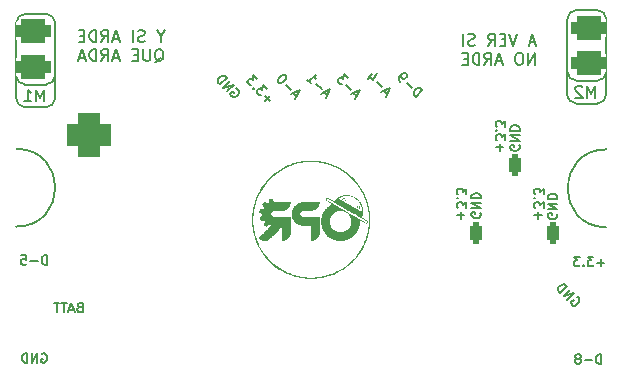
<source format=gbo>
%TF.GenerationSoftware,KiCad,Pcbnew,7.0.1*%
%TF.CreationDate,2024-01-24T12:52:34+01:00*%
%TF.ProjectId,PX-CORE,50582d43-4f52-4452-9e6b-696361645f70,rev?*%
%TF.SameCoordinates,PX675d18cPY8cbe71c*%
%TF.FileFunction,Legend,Bot*%
%TF.FilePolarity,Positive*%
%FSLAX46Y46*%
G04 Gerber Fmt 4.6, Leading zero omitted, Abs format (unit mm)*
G04 Created by KiCad (PCBNEW 7.0.1) date 2024-01-24 12:52:34*
%MOMM*%
%LPD*%
G01*
G04 APERTURE LIST*
G04 Aperture macros list*
%AMRoundRect*
0 Rectangle with rounded corners*
0 $1 Rounding radius*
0 $2 $3 $4 $5 $6 $7 $8 $9 X,Y pos of 4 corners*
0 Add a 4 corners polygon primitive as box body*
4,1,4,$2,$3,$4,$5,$6,$7,$8,$9,$2,$3,0*
0 Add four circle primitives for the rounded corners*
1,1,$1+$1,$2,$3*
1,1,$1+$1,$4,$5*
1,1,$1+$1,$6,$7*
1,1,$1+$1,$8,$9*
0 Add four rect primitives between the rounded corners*
20,1,$1+$1,$2,$3,$4,$5,0*
20,1,$1+$1,$4,$5,$6,$7,0*
20,1,$1+$1,$6,$7,$8,$9,0*
20,1,$1+$1,$8,$9,$2,$3,0*%
G04 Aperture macros list end*
%ADD10C,0.200000*%
%ADD11C,0.150000*%
%ADD12O,3.000000X1.600000*%
%ADD13C,1.700000*%
%ADD14O,1.700000X1.700000*%
%ADD15R,1.700000X1.700000*%
%ADD16RoundRect,0.500000X1.000000X0.500000X-1.000000X0.500000X-1.000000X-0.500000X1.000000X-0.500000X0*%
%ADD17O,1.070000X1.800000*%
%ADD18RoundRect,0.267500X-0.267500X-0.632500X0.267500X-0.632500X0.267500X0.632500X-0.267500X0.632500X0*%
%ADD19C,0.800000*%
%ADD20C,2.000000*%
%ADD21RoundRect,0.950000X-0.950000X-0.950000X0.950000X-0.950000X0.950000X0.950000X-0.950000X0.950000X0*%
%ADD22C,3.800000*%
%ADD23R,1.600000X1.600000*%
%ADD24O,1.600000X1.600000*%
%ADD25O,1.750000X3.000000*%
%ADD26RoundRect,0.500000X-1.000000X-0.500000X1.000000X-0.500000X1.000000X0.500000X-1.000000X0.500000X0*%
G04 APERTURE END LIST*
D10*
X40927666Y20465477D02*
X40927666Y21075000D01*
X40622904Y20770239D02*
X41232428Y20770239D01*
X41422904Y21379762D02*
X41422904Y21875000D01*
X41422904Y21875000D02*
X41118142Y21608334D01*
X41118142Y21608334D02*
X41118142Y21722619D01*
X41118142Y21722619D02*
X41080047Y21798810D01*
X41080047Y21798810D02*
X41041952Y21836905D01*
X41041952Y21836905D02*
X40965761Y21875000D01*
X40965761Y21875000D02*
X40775285Y21875000D01*
X40775285Y21875000D02*
X40699095Y21836905D01*
X40699095Y21836905D02*
X40661000Y21798810D01*
X40661000Y21798810D02*
X40622904Y21722619D01*
X40622904Y21722619D02*
X40622904Y21494048D01*
X40622904Y21494048D02*
X40661000Y21417857D01*
X40661000Y21417857D02*
X40699095Y21379762D01*
X40699095Y22217858D02*
X40661000Y22255953D01*
X40661000Y22255953D02*
X40622904Y22217858D01*
X40622904Y22217858D02*
X40661000Y22179762D01*
X40661000Y22179762D02*
X40699095Y22217858D01*
X40699095Y22217858D02*
X40622904Y22217858D01*
X41422904Y22522619D02*
X41422904Y23017857D01*
X41422904Y23017857D02*
X41118142Y22751191D01*
X41118142Y22751191D02*
X41118142Y22865476D01*
X41118142Y22865476D02*
X41080047Y22941667D01*
X41080047Y22941667D02*
X41041952Y22979762D01*
X41041952Y22979762D02*
X40965761Y23017857D01*
X40965761Y23017857D02*
X40775285Y23017857D01*
X40775285Y23017857D02*
X40699095Y22979762D01*
X40699095Y22979762D02*
X40661000Y22941667D01*
X40661000Y22941667D02*
X40622904Y22865476D01*
X40622904Y22865476D02*
X40622904Y22636905D01*
X40622904Y22636905D02*
X40661000Y22560714D01*
X40661000Y22560714D02*
X40699095Y22522619D01*
X37627666Y14715477D02*
X37627666Y15325000D01*
X37322904Y15020239D02*
X37932428Y15020239D01*
X38122904Y15629762D02*
X38122904Y16125000D01*
X38122904Y16125000D02*
X37818142Y15858334D01*
X37818142Y15858334D02*
X37818142Y15972619D01*
X37818142Y15972619D02*
X37780047Y16048810D01*
X37780047Y16048810D02*
X37741952Y16086905D01*
X37741952Y16086905D02*
X37665761Y16125000D01*
X37665761Y16125000D02*
X37475285Y16125000D01*
X37475285Y16125000D02*
X37399095Y16086905D01*
X37399095Y16086905D02*
X37361000Y16048810D01*
X37361000Y16048810D02*
X37322904Y15972619D01*
X37322904Y15972619D02*
X37322904Y15744048D01*
X37322904Y15744048D02*
X37361000Y15667857D01*
X37361000Y15667857D02*
X37399095Y15629762D01*
X37399095Y16467858D02*
X37361000Y16505953D01*
X37361000Y16505953D02*
X37322904Y16467858D01*
X37322904Y16467858D02*
X37361000Y16429762D01*
X37361000Y16429762D02*
X37399095Y16467858D01*
X37399095Y16467858D02*
X37322904Y16467858D01*
X38122904Y16772619D02*
X38122904Y17267857D01*
X38122904Y17267857D02*
X37818142Y17001191D01*
X37818142Y17001191D02*
X37818142Y17115476D01*
X37818142Y17115476D02*
X37780047Y17191667D01*
X37780047Y17191667D02*
X37741952Y17229762D01*
X37741952Y17229762D02*
X37665761Y17267857D01*
X37665761Y17267857D02*
X37475285Y17267857D01*
X37475285Y17267857D02*
X37399095Y17229762D01*
X37399095Y17229762D02*
X37361000Y17191667D01*
X37361000Y17191667D02*
X37322904Y17115476D01*
X37322904Y17115476D02*
X37322904Y16886905D01*
X37322904Y16886905D02*
X37361000Y16810714D01*
X37361000Y16810714D02*
X37399095Y16772619D01*
X44177666Y14715477D02*
X44177666Y15325000D01*
X43872904Y15020239D02*
X44482428Y15020239D01*
X44672904Y15629762D02*
X44672904Y16125000D01*
X44672904Y16125000D02*
X44368142Y15858334D01*
X44368142Y15858334D02*
X44368142Y15972619D01*
X44368142Y15972619D02*
X44330047Y16048810D01*
X44330047Y16048810D02*
X44291952Y16086905D01*
X44291952Y16086905D02*
X44215761Y16125000D01*
X44215761Y16125000D02*
X44025285Y16125000D01*
X44025285Y16125000D02*
X43949095Y16086905D01*
X43949095Y16086905D02*
X43911000Y16048810D01*
X43911000Y16048810D02*
X43872904Y15972619D01*
X43872904Y15972619D02*
X43872904Y15744048D01*
X43872904Y15744048D02*
X43911000Y15667857D01*
X43911000Y15667857D02*
X43949095Y15629762D01*
X43949095Y16467858D02*
X43911000Y16505953D01*
X43911000Y16505953D02*
X43872904Y16467858D01*
X43872904Y16467858D02*
X43911000Y16429762D01*
X43911000Y16429762D02*
X43949095Y16467858D01*
X43949095Y16467858D02*
X43872904Y16467858D01*
X44672904Y16772619D02*
X44672904Y17267857D01*
X44672904Y17267857D02*
X44368142Y17001191D01*
X44368142Y17001191D02*
X44368142Y17115476D01*
X44368142Y17115476D02*
X44330047Y17191667D01*
X44330047Y17191667D02*
X44291952Y17229762D01*
X44291952Y17229762D02*
X44215761Y17267857D01*
X44215761Y17267857D02*
X44025285Y17267857D01*
X44025285Y17267857D02*
X43949095Y17229762D01*
X43949095Y17229762D02*
X43911000Y17191667D01*
X43911000Y17191667D02*
X43872904Y17115476D01*
X43872904Y17115476D02*
X43872904Y16886905D01*
X43872904Y16886905D02*
X43911000Y16810714D01*
X43911000Y16810714D02*
X43949095Y16772619D01*
X42584809Y20934524D02*
X42622904Y20858334D01*
X42622904Y20858334D02*
X42622904Y20744048D01*
X42622904Y20744048D02*
X42584809Y20629762D01*
X42584809Y20629762D02*
X42508619Y20553572D01*
X42508619Y20553572D02*
X42432428Y20515477D01*
X42432428Y20515477D02*
X42280047Y20477381D01*
X42280047Y20477381D02*
X42165761Y20477381D01*
X42165761Y20477381D02*
X42013380Y20515477D01*
X42013380Y20515477D02*
X41937190Y20553572D01*
X41937190Y20553572D02*
X41861000Y20629762D01*
X41861000Y20629762D02*
X41822904Y20744048D01*
X41822904Y20744048D02*
X41822904Y20820239D01*
X41822904Y20820239D02*
X41861000Y20934524D01*
X41861000Y20934524D02*
X41899095Y20972620D01*
X41899095Y20972620D02*
X42165761Y20972620D01*
X42165761Y20972620D02*
X42165761Y20820239D01*
X41822904Y21315477D02*
X42622904Y21315477D01*
X42622904Y21315477D02*
X41822904Y21772620D01*
X41822904Y21772620D02*
X42622904Y21772620D01*
X41822904Y22153572D02*
X42622904Y22153572D01*
X42622904Y22153572D02*
X42622904Y22344048D01*
X42622904Y22344048D02*
X42584809Y22458334D01*
X42584809Y22458334D02*
X42508619Y22534524D01*
X42508619Y22534524D02*
X42432428Y22572619D01*
X42432428Y22572619D02*
X42280047Y22610715D01*
X42280047Y22610715D02*
X42165761Y22610715D01*
X42165761Y22610715D02*
X42013380Y22572619D01*
X42013380Y22572619D02*
X41937190Y22534524D01*
X41937190Y22534524D02*
X41861000Y22458334D01*
X41861000Y22458334D02*
X41822904Y22344048D01*
X41822904Y22344048D02*
X41822904Y22153572D01*
X39309809Y15209524D02*
X39347904Y15133334D01*
X39347904Y15133334D02*
X39347904Y15019048D01*
X39347904Y15019048D02*
X39309809Y14904762D01*
X39309809Y14904762D02*
X39233619Y14828572D01*
X39233619Y14828572D02*
X39157428Y14790477D01*
X39157428Y14790477D02*
X39005047Y14752381D01*
X39005047Y14752381D02*
X38890761Y14752381D01*
X38890761Y14752381D02*
X38738380Y14790477D01*
X38738380Y14790477D02*
X38662190Y14828572D01*
X38662190Y14828572D02*
X38586000Y14904762D01*
X38586000Y14904762D02*
X38547904Y15019048D01*
X38547904Y15019048D02*
X38547904Y15095239D01*
X38547904Y15095239D02*
X38586000Y15209524D01*
X38586000Y15209524D02*
X38624095Y15247620D01*
X38624095Y15247620D02*
X38890761Y15247620D01*
X38890761Y15247620D02*
X38890761Y15095239D01*
X38547904Y15590477D02*
X39347904Y15590477D01*
X39347904Y15590477D02*
X38547904Y16047620D01*
X38547904Y16047620D02*
X39347904Y16047620D01*
X38547904Y16428572D02*
X39347904Y16428572D01*
X39347904Y16428572D02*
X39347904Y16619048D01*
X39347904Y16619048D02*
X39309809Y16733334D01*
X39309809Y16733334D02*
X39233619Y16809524D01*
X39233619Y16809524D02*
X39157428Y16847619D01*
X39157428Y16847619D02*
X39005047Y16885715D01*
X39005047Y16885715D02*
X38890761Y16885715D01*
X38890761Y16885715D02*
X38738380Y16847619D01*
X38738380Y16847619D02*
X38662190Y16809524D01*
X38662190Y16809524D02*
X38586000Y16733334D01*
X38586000Y16733334D02*
X38547904Y16619048D01*
X38547904Y16619048D02*
X38547904Y16428572D01*
X45784809Y15134524D02*
X45822904Y15058334D01*
X45822904Y15058334D02*
X45822904Y14944048D01*
X45822904Y14944048D02*
X45784809Y14829762D01*
X45784809Y14829762D02*
X45708619Y14753572D01*
X45708619Y14753572D02*
X45632428Y14715477D01*
X45632428Y14715477D02*
X45480047Y14677381D01*
X45480047Y14677381D02*
X45365761Y14677381D01*
X45365761Y14677381D02*
X45213380Y14715477D01*
X45213380Y14715477D02*
X45137190Y14753572D01*
X45137190Y14753572D02*
X45061000Y14829762D01*
X45061000Y14829762D02*
X45022904Y14944048D01*
X45022904Y14944048D02*
X45022904Y15020239D01*
X45022904Y15020239D02*
X45061000Y15134524D01*
X45061000Y15134524D02*
X45099095Y15172620D01*
X45099095Y15172620D02*
X45365761Y15172620D01*
X45365761Y15172620D02*
X45365761Y15020239D01*
X45022904Y15515477D02*
X45822904Y15515477D01*
X45822904Y15515477D02*
X45022904Y15972620D01*
X45022904Y15972620D02*
X45822904Y15972620D01*
X45022904Y16353572D02*
X45822904Y16353572D01*
X45822904Y16353572D02*
X45822904Y16544048D01*
X45822904Y16544048D02*
X45784809Y16658334D01*
X45784809Y16658334D02*
X45708619Y16734524D01*
X45708619Y16734524D02*
X45632428Y16772619D01*
X45632428Y16772619D02*
X45480047Y16810715D01*
X45480047Y16810715D02*
X45365761Y16810715D01*
X45365761Y16810715D02*
X45213380Y16772619D01*
X45213380Y16772619D02*
X45137190Y16734524D01*
X45137190Y16734524D02*
X45061000Y16658334D01*
X45061000Y16658334D02*
X45022904Y16544048D01*
X45022904Y16544048D02*
X45022904Y16353572D01*
X2507368Y26072231D02*
X787367Y26072228D01*
X-12624Y26872228D02*
G75*
G03*
X787367Y26072228I800072J72D01*
G01*
D11*
X787367Y26072228D02*
X2507368Y26072231D01*
D10*
X2507366Y32072229D02*
X787369Y32072229D01*
X787369Y32072281D02*
G75*
G03*
X-12633Y31272229I179J-800181D01*
G01*
X47457365Y24462226D02*
X49177366Y24462229D01*
X46657381Y27192228D02*
G75*
G03*
X47457365Y26392233I800067J72D01*
G01*
X-12626Y24942233D02*
G75*
G03*
X787369Y24142226I799974J-33D01*
G01*
X3307367Y26872229D02*
X3307367Y31272231D01*
X49177366Y24462282D02*
G75*
G03*
X49977366Y25262227I82J799918D01*
G01*
X46657374Y25262230D02*
G75*
G03*
X47457365Y24462226I799674J-330D01*
G01*
X49177364Y32392229D02*
X47457362Y32392229D01*
X49177363Y26392230D02*
X47457365Y26392233D01*
X787369Y24142226D02*
X2507365Y24142228D01*
X46657366Y31592230D02*
X46657363Y27192228D01*
X3307377Y31272231D02*
G75*
G03*
X2507366Y32072229I-799929J69D01*
G01*
X-12633Y26872228D02*
X-12632Y24942233D01*
X-12633Y31272229D02*
X-12633Y26872228D01*
X49972763Y20589872D02*
G75*
G03*
X49933072Y13990228I10045J-3300002D01*
G01*
X49177363Y26392281D02*
G75*
G03*
X49977367Y27192230I85J799919D01*
G01*
X49977377Y31592231D02*
G75*
G03*
X49177364Y32392229I-799929J69D01*
G01*
X46657363Y27192228D02*
X46657368Y25262230D01*
D11*
X47457365Y26392233D02*
X49177363Y26392230D01*
D10*
X2507365Y24142281D02*
G75*
G03*
X3307367Y24942231I83J799919D01*
G01*
X47457362Y32392282D02*
G75*
G03*
X46657366Y31592230I186J-800182D01*
G01*
X2507368Y26072281D02*
G75*
G03*
X3307367Y26872229I80J799919D01*
G01*
X49977366Y25262227D02*
X49977367Y27192230D01*
X49977367Y27192230D02*
X49977366Y31592231D01*
X11315Y14053489D02*
G75*
G03*
X51023Y20632294I8523J3289471D01*
G01*
X3307367Y24942231D02*
X3307367Y26872229D01*
D11*
X21507404Y24701642D02*
X21076405Y25132640D01*
X21076405Y24701642D02*
X21507404Y25132640D01*
X21211093Y25698326D02*
X20860906Y26048512D01*
X20860906Y26048512D02*
X20833969Y25644451D01*
X20833969Y25644451D02*
X20753157Y25725263D01*
X20753157Y25725263D02*
X20672345Y25752200D01*
X20672345Y25752200D02*
X20618470Y25752200D01*
X20618470Y25752200D02*
X20537658Y25725263D01*
X20537658Y25725263D02*
X20402971Y25590576D01*
X20402971Y25590576D02*
X20376033Y25509764D01*
X20376033Y25509764D02*
X20376033Y25455889D01*
X20376033Y25455889D02*
X20402971Y25375077D01*
X20402971Y25375077D02*
X20564595Y25213452D01*
X20564595Y25213452D02*
X20645407Y25186515D01*
X20645407Y25186515D02*
X20699282Y25186515D01*
X20106659Y25779138D02*
X20052784Y25779138D01*
X20052784Y25779138D02*
X20052784Y25725263D01*
X20052784Y25725263D02*
X20106659Y25725263D01*
X20106659Y25725263D02*
X20106659Y25779138D01*
X20106659Y25779138D02*
X20052784Y25725263D01*
X20402971Y26506447D02*
X20052784Y26856634D01*
X20052784Y26856634D02*
X20025847Y26452573D01*
X20025847Y26452573D02*
X19945035Y26533385D01*
X19945035Y26533385D02*
X19864223Y26560322D01*
X19864223Y26560322D02*
X19810348Y26560322D01*
X19810348Y26560322D02*
X19729536Y26533385D01*
X19729536Y26533385D02*
X19594849Y26398698D01*
X19594849Y26398698D02*
X19567911Y26317886D01*
X19567911Y26317886D02*
X19567911Y26264011D01*
X19567911Y26264011D02*
X19594849Y26183199D01*
X19594849Y26183199D02*
X19756473Y26021574D01*
X19756473Y26021574D02*
X19837285Y25994637D01*
X19837285Y25994637D02*
X19891160Y25994637D01*
D10*
X2346894Y24649610D02*
X2346894Y25649610D01*
X2346894Y25649610D02*
X2013561Y24935325D01*
X2013561Y24935325D02*
X1680228Y25649610D01*
X1680228Y25649610D02*
X1680228Y24649610D01*
X680228Y24649610D02*
X1251656Y24649610D01*
X965942Y24649610D02*
X965942Y25649610D01*
X965942Y25649610D02*
X1061180Y25506753D01*
X1061180Y25506753D02*
X1156418Y25411515D01*
X1156418Y25411515D02*
X1251656Y25363896D01*
X49784523Y11002667D02*
X49175000Y11002667D01*
X49479761Y10697905D02*
X49479761Y11307429D01*
X48870238Y11497905D02*
X48375000Y11497905D01*
X48375000Y11497905D02*
X48641666Y11193143D01*
X48641666Y11193143D02*
X48527381Y11193143D01*
X48527381Y11193143D02*
X48451190Y11155048D01*
X48451190Y11155048D02*
X48413095Y11116953D01*
X48413095Y11116953D02*
X48375000Y11040762D01*
X48375000Y11040762D02*
X48375000Y10850286D01*
X48375000Y10850286D02*
X48413095Y10774096D01*
X48413095Y10774096D02*
X48451190Y10736000D01*
X48451190Y10736000D02*
X48527381Y10697905D01*
X48527381Y10697905D02*
X48755952Y10697905D01*
X48755952Y10697905D02*
X48832143Y10736000D01*
X48832143Y10736000D02*
X48870238Y10774096D01*
X48032142Y10774096D02*
X47994047Y10736000D01*
X47994047Y10736000D02*
X48032142Y10697905D01*
X48032142Y10697905D02*
X48070238Y10736000D01*
X48070238Y10736000D02*
X48032142Y10774096D01*
X48032142Y10774096D02*
X48032142Y10697905D01*
X47727381Y11497905D02*
X47232143Y11497905D01*
X47232143Y11497905D02*
X47498809Y11193143D01*
X47498809Y11193143D02*
X47384524Y11193143D01*
X47384524Y11193143D02*
X47308333Y11155048D01*
X47308333Y11155048D02*
X47270238Y11116953D01*
X47270238Y11116953D02*
X47232143Y11040762D01*
X47232143Y11040762D02*
X47232143Y10850286D01*
X47232143Y10850286D02*
X47270238Y10774096D01*
X47270238Y10774096D02*
X47308333Y10736000D01*
X47308333Y10736000D02*
X47384524Y10697905D01*
X47384524Y10697905D02*
X47613095Y10697905D01*
X47613095Y10697905D02*
X47689286Y10736000D01*
X47689286Y10736000D02*
X47727381Y10774096D01*
X2609523Y10822905D02*
X2609523Y11622905D01*
X2609523Y11622905D02*
X2419047Y11622905D01*
X2419047Y11622905D02*
X2304761Y11584810D01*
X2304761Y11584810D02*
X2228571Y11508620D01*
X2228571Y11508620D02*
X2190476Y11432429D01*
X2190476Y11432429D02*
X2152380Y11280048D01*
X2152380Y11280048D02*
X2152380Y11165762D01*
X2152380Y11165762D02*
X2190476Y11013381D01*
X2190476Y11013381D02*
X2228571Y10937191D01*
X2228571Y10937191D02*
X2304761Y10861000D01*
X2304761Y10861000D02*
X2419047Y10822905D01*
X2419047Y10822905D02*
X2609523Y10822905D01*
X1809523Y11127667D02*
X1200000Y11127667D01*
X438095Y11622905D02*
X819047Y11622905D01*
X819047Y11622905D02*
X857143Y11241953D01*
X857143Y11241953D02*
X819047Y11280048D01*
X819047Y11280048D02*
X742857Y11318143D01*
X742857Y11318143D02*
X552381Y11318143D01*
X552381Y11318143D02*
X476190Y11280048D01*
X476190Y11280048D02*
X438095Y11241953D01*
X438095Y11241953D02*
X400000Y11165762D01*
X400000Y11165762D02*
X400000Y10975286D01*
X400000Y10975286D02*
X438095Y10899096D01*
X438095Y10899096D02*
X476190Y10861000D01*
X476190Y10861000D02*
X552381Y10822905D01*
X552381Y10822905D02*
X742857Y10822905D01*
X742857Y10822905D02*
X819047Y10861000D01*
X819047Y10861000D02*
X857143Y10899096D01*
D11*
X31400467Y25270830D02*
X31131093Y25540204D01*
X31292718Y25055330D02*
X31669841Y25809578D01*
X31669841Y25809578D02*
X30915594Y25432454D01*
X30942532Y25836515D02*
X30511533Y26267513D01*
X30161347Y26940948D02*
X29784224Y26563825D01*
X30511534Y27021760D02*
X30242160Y26483012D01*
X30242160Y26483012D02*
X29891973Y26833199D01*
D10*
X47476978Y8088976D02*
X47557790Y8062039D01*
X47557790Y8062039D02*
X47638603Y7981226D01*
X47638603Y7981226D02*
X47692477Y7873477D01*
X47692477Y7873477D02*
X47692477Y7765727D01*
X47692477Y7765727D02*
X47665540Y7684915D01*
X47665540Y7684915D02*
X47584728Y7550228D01*
X47584728Y7550228D02*
X47503916Y7469416D01*
X47503916Y7469416D02*
X47369229Y7388604D01*
X47369229Y7388604D02*
X47288416Y7361666D01*
X47288416Y7361666D02*
X47180667Y7361666D01*
X47180667Y7361666D02*
X47072917Y7415541D01*
X47072917Y7415541D02*
X47019042Y7469416D01*
X47019042Y7469416D02*
X46965168Y7577165D01*
X46965168Y7577165D02*
X46965168Y7631040D01*
X46965168Y7631040D02*
X47153729Y7819602D01*
X47153729Y7819602D02*
X47261479Y7711852D01*
X46668856Y7819602D02*
X47234542Y8385287D01*
X47234542Y8385287D02*
X46345607Y8142851D01*
X46345607Y8142851D02*
X46911293Y8708536D01*
X46076234Y8412225D02*
X46641919Y8977910D01*
X46641919Y8977910D02*
X46507232Y9112597D01*
X46507232Y9112597D02*
X46399482Y9166472D01*
X46399482Y9166472D02*
X46291733Y9166472D01*
X46291733Y9166472D02*
X46210921Y9139535D01*
X46210921Y9139535D02*
X46076234Y9058722D01*
X46076234Y9058722D02*
X45995421Y8977910D01*
X45995421Y8977910D02*
X45914609Y8843223D01*
X45914609Y8843223D02*
X45887672Y8762411D01*
X45887672Y8762411D02*
X45887672Y8654661D01*
X45887672Y8654661D02*
X45941547Y8546912D01*
X45941547Y8546912D02*
X46076234Y8412225D01*
X49534523Y2422905D02*
X49534523Y3222905D01*
X49534523Y3222905D02*
X49344047Y3222905D01*
X49344047Y3222905D02*
X49229761Y3184810D01*
X49229761Y3184810D02*
X49153571Y3108620D01*
X49153571Y3108620D02*
X49115476Y3032429D01*
X49115476Y3032429D02*
X49077380Y2880048D01*
X49077380Y2880048D02*
X49077380Y2765762D01*
X49077380Y2765762D02*
X49115476Y2613381D01*
X49115476Y2613381D02*
X49153571Y2537191D01*
X49153571Y2537191D02*
X49229761Y2461000D01*
X49229761Y2461000D02*
X49344047Y2422905D01*
X49344047Y2422905D02*
X49534523Y2422905D01*
X48734523Y2727667D02*
X48125000Y2727667D01*
X47629762Y2880048D02*
X47705952Y2918143D01*
X47705952Y2918143D02*
X47744047Y2956239D01*
X47744047Y2956239D02*
X47782143Y3032429D01*
X47782143Y3032429D02*
X47782143Y3070524D01*
X47782143Y3070524D02*
X47744047Y3146715D01*
X47744047Y3146715D02*
X47705952Y3184810D01*
X47705952Y3184810D02*
X47629762Y3222905D01*
X47629762Y3222905D02*
X47477381Y3222905D01*
X47477381Y3222905D02*
X47401190Y3184810D01*
X47401190Y3184810D02*
X47363095Y3146715D01*
X47363095Y3146715D02*
X47325000Y3070524D01*
X47325000Y3070524D02*
X47325000Y3032429D01*
X47325000Y3032429D02*
X47363095Y2956239D01*
X47363095Y2956239D02*
X47401190Y2918143D01*
X47401190Y2918143D02*
X47477381Y2880048D01*
X47477381Y2880048D02*
X47629762Y2880048D01*
X47629762Y2880048D02*
X47705952Y2841953D01*
X47705952Y2841953D02*
X47744047Y2803858D01*
X47744047Y2803858D02*
X47782143Y2727667D01*
X47782143Y2727667D02*
X47782143Y2575286D01*
X47782143Y2575286D02*
X47744047Y2499096D01*
X47744047Y2499096D02*
X47705952Y2461000D01*
X47705952Y2461000D02*
X47629762Y2422905D01*
X47629762Y2422905D02*
X47477381Y2422905D01*
X47477381Y2422905D02*
X47401190Y2461000D01*
X47401190Y2461000D02*
X47363095Y2499096D01*
X47363095Y2499096D02*
X47325000Y2575286D01*
X47325000Y2575286D02*
X47325000Y2727667D01*
X47325000Y2727667D02*
X47363095Y2803858D01*
X47363095Y2803858D02*
X47401190Y2841953D01*
X47401190Y2841953D02*
X47477381Y2880048D01*
D11*
X33831908Y25026147D02*
X34397593Y25591832D01*
X34397593Y25591832D02*
X34262906Y25726519D01*
X34262906Y25726519D02*
X34155156Y25780394D01*
X34155156Y25780394D02*
X34047407Y25780394D01*
X34047407Y25780394D02*
X33966595Y25753456D01*
X33966595Y25753456D02*
X33831908Y25672644D01*
X33831908Y25672644D02*
X33751095Y25591832D01*
X33751095Y25591832D02*
X33670283Y25457145D01*
X33670283Y25457145D02*
X33643346Y25376333D01*
X33643346Y25376333D02*
X33643346Y25268583D01*
X33643346Y25268583D02*
X33697221Y25160834D01*
X33697221Y25160834D02*
X33831908Y25026147D01*
X33481721Y25807331D02*
X33050723Y26238330D01*
X32538912Y26319142D02*
X32431163Y26426891D01*
X32431163Y26426891D02*
X32404225Y26507704D01*
X32404225Y26507704D02*
X32404225Y26561578D01*
X32404225Y26561578D02*
X32431163Y26696265D01*
X32431163Y26696265D02*
X32511975Y26830952D01*
X32511975Y26830952D02*
X32727474Y27046452D01*
X32727474Y27046452D02*
X32808287Y27073389D01*
X32808287Y27073389D02*
X32862161Y27073389D01*
X32862161Y27073389D02*
X32942974Y27046452D01*
X32942974Y27046452D02*
X33050723Y26938702D01*
X33050723Y26938702D02*
X33077661Y26857890D01*
X33077661Y26857890D02*
X33077661Y26804015D01*
X33077661Y26804015D02*
X33050723Y26723203D01*
X33050723Y26723203D02*
X32916036Y26588516D01*
X32916036Y26588516D02*
X32835224Y26561578D01*
X32835224Y26561578D02*
X32781349Y26561578D01*
X32781349Y26561578D02*
X32700537Y26588516D01*
X32700537Y26588516D02*
X32592787Y26696265D01*
X32592787Y26696265D02*
X32565850Y26777078D01*
X32565850Y26777078D02*
X32565850Y26830952D01*
X32565850Y26830952D02*
X32592787Y26911765D01*
D10*
X49016888Y24969608D02*
X49016888Y25969608D01*
X49016888Y25969608D02*
X48683555Y25255323D01*
X48683555Y25255323D02*
X48350222Y25969608D01*
X48350222Y25969608D02*
X48350222Y24969608D01*
X47921650Y25874370D02*
X47874031Y25921989D01*
X47874031Y25921989D02*
X47778793Y25969608D01*
X47778793Y25969608D02*
X47540698Y25969608D01*
X47540698Y25969608D02*
X47445460Y25921989D01*
X47445460Y25921989D02*
X47397841Y25874370D01*
X47397841Y25874370D02*
X47350222Y25779132D01*
X47350222Y25779132D02*
X47350222Y25683894D01*
X47350222Y25683894D02*
X47397841Y25541037D01*
X47397841Y25541037D02*
X47969269Y24969608D01*
X47969269Y24969608D02*
X47350222Y24969608D01*
D11*
X18644346Y25761207D02*
X18725158Y25734270D01*
X18725158Y25734270D02*
X18805971Y25653457D01*
X18805971Y25653457D02*
X18859845Y25545708D01*
X18859845Y25545708D02*
X18859845Y25437958D01*
X18859845Y25437958D02*
X18832908Y25357146D01*
X18832908Y25357146D02*
X18752096Y25222459D01*
X18752096Y25222459D02*
X18671284Y25141647D01*
X18671284Y25141647D02*
X18536597Y25060835D01*
X18536597Y25060835D02*
X18455784Y25033897D01*
X18455784Y25033897D02*
X18348035Y25033897D01*
X18348035Y25033897D02*
X18240285Y25087772D01*
X18240285Y25087772D02*
X18186410Y25141647D01*
X18186410Y25141647D02*
X18132536Y25249396D01*
X18132536Y25249396D02*
X18132536Y25303271D01*
X18132536Y25303271D02*
X18321097Y25491833D01*
X18321097Y25491833D02*
X18428847Y25384083D01*
X17836224Y25491833D02*
X18401910Y26057518D01*
X18401910Y26057518D02*
X17512975Y25815082D01*
X17512975Y25815082D02*
X18078661Y26380767D01*
X17243602Y26084456D02*
X17809287Y26650141D01*
X17809287Y26650141D02*
X17674600Y26784828D01*
X17674600Y26784828D02*
X17566850Y26838703D01*
X17566850Y26838703D02*
X17459101Y26838703D01*
X17459101Y26838703D02*
X17378289Y26811766D01*
X17378289Y26811766D02*
X17243602Y26730953D01*
X17243602Y26730953D02*
X17162789Y26650141D01*
X17162789Y26650141D02*
X17081977Y26515454D01*
X17081977Y26515454D02*
X17055040Y26434642D01*
X17055040Y26434642D02*
X17055040Y26326892D01*
X17055040Y26326892D02*
X17108915Y26219143D01*
X17108915Y26219143D02*
X17243602Y26084456D01*
X26310470Y25150831D02*
X26041096Y25420205D01*
X26202721Y24935331D02*
X26579844Y25689579D01*
X26579844Y25689579D02*
X25825597Y25312455D01*
X25852535Y25716516D02*
X25421536Y26147514D01*
X24640352Y26497700D02*
X24963601Y26174452D01*
X24801976Y26336076D02*
X25367662Y26901761D01*
X25367662Y26901761D02*
X25340724Y26767074D01*
X25340724Y26767074D02*
X25340724Y26659325D01*
X25340724Y26659325D02*
X25367662Y26578513D01*
X28830470Y25070833D02*
X28561096Y25340207D01*
X28722721Y24855333D02*
X29099844Y25609581D01*
X29099844Y25609581D02*
X28345597Y25232457D01*
X28372535Y25636518D02*
X27941536Y26067516D01*
X28076224Y26633202D02*
X27726037Y26983388D01*
X27726037Y26983388D02*
X27699100Y26579327D01*
X27699100Y26579327D02*
X27618288Y26660139D01*
X27618288Y26660139D02*
X27537476Y26687076D01*
X27537476Y26687076D02*
X27483601Y26687076D01*
X27483601Y26687076D02*
X27402788Y26660139D01*
X27402788Y26660139D02*
X27268101Y26525452D01*
X27268101Y26525452D02*
X27241164Y26444640D01*
X27241164Y26444640D02*
X27241164Y26390765D01*
X27241164Y26390765D02*
X27268101Y26309953D01*
X27268101Y26309953D02*
X27429726Y26148328D01*
X27429726Y26148328D02*
X27510538Y26121391D01*
X27510538Y26121391D02*
X27564413Y26121391D01*
D10*
X43952603Y29660324D02*
X43476413Y29660324D01*
X44047841Y29374609D02*
X43714508Y30374609D01*
X43714508Y30374609D02*
X43381175Y29374609D01*
X42428793Y30374609D02*
X42095460Y29374609D01*
X42095460Y29374609D02*
X41762127Y30374609D01*
X41428793Y29898419D02*
X41095460Y29898419D01*
X40952603Y29374609D02*
X41428793Y29374609D01*
X41428793Y29374609D02*
X41428793Y30374609D01*
X41428793Y30374609D02*
X40952603Y30374609D01*
X39952603Y29374609D02*
X40285936Y29850800D01*
X40524031Y29374609D02*
X40524031Y30374609D01*
X40524031Y30374609D02*
X40143079Y30374609D01*
X40143079Y30374609D02*
X40047841Y30326990D01*
X40047841Y30326990D02*
X40000222Y30279371D01*
X40000222Y30279371D02*
X39952603Y30184133D01*
X39952603Y30184133D02*
X39952603Y30041276D01*
X39952603Y30041276D02*
X40000222Y29946038D01*
X40000222Y29946038D02*
X40047841Y29898419D01*
X40047841Y29898419D02*
X40143079Y29850800D01*
X40143079Y29850800D02*
X40524031Y29850800D01*
X38809745Y29422228D02*
X38666888Y29374609D01*
X38666888Y29374609D02*
X38428793Y29374609D01*
X38428793Y29374609D02*
X38333555Y29422228D01*
X38333555Y29422228D02*
X38285936Y29469848D01*
X38285936Y29469848D02*
X38238317Y29565086D01*
X38238317Y29565086D02*
X38238317Y29660324D01*
X38238317Y29660324D02*
X38285936Y29755562D01*
X38285936Y29755562D02*
X38333555Y29803181D01*
X38333555Y29803181D02*
X38428793Y29850800D01*
X38428793Y29850800D02*
X38619269Y29898419D01*
X38619269Y29898419D02*
X38714507Y29946038D01*
X38714507Y29946038D02*
X38762126Y29993657D01*
X38762126Y29993657D02*
X38809745Y30088895D01*
X38809745Y30088895D02*
X38809745Y30184133D01*
X38809745Y30184133D02*
X38762126Y30279371D01*
X38762126Y30279371D02*
X38714507Y30326990D01*
X38714507Y30326990D02*
X38619269Y30374609D01*
X38619269Y30374609D02*
X38381174Y30374609D01*
X38381174Y30374609D02*
X38238317Y30326990D01*
X37809745Y29374609D02*
X37809745Y30374609D01*
X43928794Y27754609D02*
X43928794Y28754609D01*
X43928794Y28754609D02*
X43357366Y27754609D01*
X43357366Y27754609D02*
X43357366Y28754609D01*
X42690699Y28754609D02*
X42500223Y28754609D01*
X42500223Y28754609D02*
X42404985Y28706990D01*
X42404985Y28706990D02*
X42309747Y28611752D01*
X42309747Y28611752D02*
X42262128Y28421276D01*
X42262128Y28421276D02*
X42262128Y28087943D01*
X42262128Y28087943D02*
X42309747Y27897467D01*
X42309747Y27897467D02*
X42404985Y27802228D01*
X42404985Y27802228D02*
X42500223Y27754609D01*
X42500223Y27754609D02*
X42690699Y27754609D01*
X42690699Y27754609D02*
X42785937Y27802228D01*
X42785937Y27802228D02*
X42881175Y27897467D01*
X42881175Y27897467D02*
X42928794Y28087943D01*
X42928794Y28087943D02*
X42928794Y28421276D01*
X42928794Y28421276D02*
X42881175Y28611752D01*
X42881175Y28611752D02*
X42785937Y28706990D01*
X42785937Y28706990D02*
X42690699Y28754609D01*
X41119270Y28040324D02*
X40643080Y28040324D01*
X41214508Y27754609D02*
X40881175Y28754609D01*
X40881175Y28754609D02*
X40547842Y27754609D01*
X39643080Y27754609D02*
X39976413Y28230800D01*
X40214508Y27754609D02*
X40214508Y28754609D01*
X40214508Y28754609D02*
X39833556Y28754609D01*
X39833556Y28754609D02*
X39738318Y28706990D01*
X39738318Y28706990D02*
X39690699Y28659371D01*
X39690699Y28659371D02*
X39643080Y28564133D01*
X39643080Y28564133D02*
X39643080Y28421276D01*
X39643080Y28421276D02*
X39690699Y28326038D01*
X39690699Y28326038D02*
X39738318Y28278419D01*
X39738318Y28278419D02*
X39833556Y28230800D01*
X39833556Y28230800D02*
X40214508Y28230800D01*
X39214508Y27754609D02*
X39214508Y28754609D01*
X39214508Y28754609D02*
X38976413Y28754609D01*
X38976413Y28754609D02*
X38833556Y28706990D01*
X38833556Y28706990D02*
X38738318Y28611752D01*
X38738318Y28611752D02*
X38690699Y28516514D01*
X38690699Y28516514D02*
X38643080Y28326038D01*
X38643080Y28326038D02*
X38643080Y28183181D01*
X38643080Y28183181D02*
X38690699Y27992705D01*
X38690699Y27992705D02*
X38738318Y27897467D01*
X38738318Y27897467D02*
X38833556Y27802228D01*
X38833556Y27802228D02*
X38976413Y27754609D01*
X38976413Y27754609D02*
X39214508Y27754609D01*
X38214508Y28278419D02*
X37881175Y28278419D01*
X37738318Y27754609D02*
X38214508Y27754609D01*
X38214508Y27754609D02*
X38214508Y28754609D01*
X38214508Y28754609D02*
X37738318Y28754609D01*
X5367857Y7216953D02*
X5253571Y7178858D01*
X5253571Y7178858D02*
X5215476Y7140762D01*
X5215476Y7140762D02*
X5177380Y7064572D01*
X5177380Y7064572D02*
X5177380Y6950286D01*
X5177380Y6950286D02*
X5215476Y6874096D01*
X5215476Y6874096D02*
X5253571Y6836000D01*
X5253571Y6836000D02*
X5329761Y6797905D01*
X5329761Y6797905D02*
X5634523Y6797905D01*
X5634523Y6797905D02*
X5634523Y7597905D01*
X5634523Y7597905D02*
X5367857Y7597905D01*
X5367857Y7597905D02*
X5291666Y7559810D01*
X5291666Y7559810D02*
X5253571Y7521715D01*
X5253571Y7521715D02*
X5215476Y7445524D01*
X5215476Y7445524D02*
X5215476Y7369334D01*
X5215476Y7369334D02*
X5253571Y7293143D01*
X5253571Y7293143D02*
X5291666Y7255048D01*
X5291666Y7255048D02*
X5367857Y7216953D01*
X5367857Y7216953D02*
X5634523Y7216953D01*
X4872619Y7026477D02*
X4491666Y7026477D01*
X4948809Y6797905D02*
X4682142Y7597905D01*
X4682142Y7597905D02*
X4415476Y6797905D01*
X4263095Y7597905D02*
X3805952Y7597905D01*
X4034524Y6797905D02*
X4034524Y7597905D01*
X3653571Y7597905D02*
X3196428Y7597905D01*
X3425000Y6797905D02*
X3425000Y7597905D01*
X2165476Y3284810D02*
X2241666Y3322905D01*
X2241666Y3322905D02*
X2355952Y3322905D01*
X2355952Y3322905D02*
X2470238Y3284810D01*
X2470238Y3284810D02*
X2546428Y3208620D01*
X2546428Y3208620D02*
X2584523Y3132429D01*
X2584523Y3132429D02*
X2622619Y2980048D01*
X2622619Y2980048D02*
X2622619Y2865762D01*
X2622619Y2865762D02*
X2584523Y2713381D01*
X2584523Y2713381D02*
X2546428Y2637191D01*
X2546428Y2637191D02*
X2470238Y2561000D01*
X2470238Y2561000D02*
X2355952Y2522905D01*
X2355952Y2522905D02*
X2279761Y2522905D01*
X2279761Y2522905D02*
X2165476Y2561000D01*
X2165476Y2561000D02*
X2127380Y2599096D01*
X2127380Y2599096D02*
X2127380Y2865762D01*
X2127380Y2865762D02*
X2279761Y2865762D01*
X1784523Y2522905D02*
X1784523Y3322905D01*
X1784523Y3322905D02*
X1327380Y2522905D01*
X1327380Y2522905D02*
X1327380Y3322905D01*
X946428Y2522905D02*
X946428Y3322905D01*
X946428Y3322905D02*
X755952Y3322905D01*
X755952Y3322905D02*
X641666Y3284810D01*
X641666Y3284810D02*
X565476Y3208620D01*
X565476Y3208620D02*
X527381Y3132429D01*
X527381Y3132429D02*
X489285Y2980048D01*
X489285Y2980048D02*
X489285Y2865762D01*
X489285Y2865762D02*
X527381Y2713381D01*
X527381Y2713381D02*
X565476Y2637191D01*
X565476Y2637191D02*
X641666Y2561000D01*
X641666Y2561000D02*
X755952Y2522905D01*
X755952Y2522905D02*
X946428Y2522905D01*
X12254506Y30160800D02*
X12254506Y29684609D01*
X12587839Y30684609D02*
X12254506Y30160800D01*
X12254506Y30160800D02*
X11921173Y30684609D01*
X10873553Y29732228D02*
X10730696Y29684609D01*
X10730696Y29684609D02*
X10492601Y29684609D01*
X10492601Y29684609D02*
X10397363Y29732228D01*
X10397363Y29732228D02*
X10349744Y29779848D01*
X10349744Y29779848D02*
X10302125Y29875086D01*
X10302125Y29875086D02*
X10302125Y29970324D01*
X10302125Y29970324D02*
X10349744Y30065562D01*
X10349744Y30065562D02*
X10397363Y30113181D01*
X10397363Y30113181D02*
X10492601Y30160800D01*
X10492601Y30160800D02*
X10683077Y30208419D01*
X10683077Y30208419D02*
X10778315Y30256038D01*
X10778315Y30256038D02*
X10825934Y30303657D01*
X10825934Y30303657D02*
X10873553Y30398895D01*
X10873553Y30398895D02*
X10873553Y30494133D01*
X10873553Y30494133D02*
X10825934Y30589371D01*
X10825934Y30589371D02*
X10778315Y30636990D01*
X10778315Y30636990D02*
X10683077Y30684609D01*
X10683077Y30684609D02*
X10444982Y30684609D01*
X10444982Y30684609D02*
X10302125Y30636990D01*
X9873553Y29684609D02*
X9873553Y30684609D01*
X8683077Y29970324D02*
X8206887Y29970324D01*
X8778315Y29684609D02*
X8444982Y30684609D01*
X8444982Y30684609D02*
X8111649Y29684609D01*
X7206887Y29684609D02*
X7540220Y30160800D01*
X7778315Y29684609D02*
X7778315Y30684609D01*
X7778315Y30684609D02*
X7397363Y30684609D01*
X7397363Y30684609D02*
X7302125Y30636990D01*
X7302125Y30636990D02*
X7254506Y30589371D01*
X7254506Y30589371D02*
X7206887Y30494133D01*
X7206887Y30494133D02*
X7206887Y30351276D01*
X7206887Y30351276D02*
X7254506Y30256038D01*
X7254506Y30256038D02*
X7302125Y30208419D01*
X7302125Y30208419D02*
X7397363Y30160800D01*
X7397363Y30160800D02*
X7778315Y30160800D01*
X6778315Y29684609D02*
X6778315Y30684609D01*
X6778315Y30684609D02*
X6540220Y30684609D01*
X6540220Y30684609D02*
X6397363Y30636990D01*
X6397363Y30636990D02*
X6302125Y30541752D01*
X6302125Y30541752D02*
X6254506Y30446514D01*
X6254506Y30446514D02*
X6206887Y30256038D01*
X6206887Y30256038D02*
X6206887Y30113181D01*
X6206887Y30113181D02*
X6254506Y29922705D01*
X6254506Y29922705D02*
X6302125Y29827467D01*
X6302125Y29827467D02*
X6397363Y29732228D01*
X6397363Y29732228D02*
X6540220Y29684609D01*
X6540220Y29684609D02*
X6778315Y29684609D01*
X5778315Y30208419D02*
X5444982Y30208419D01*
X5302125Y29684609D02*
X5778315Y29684609D01*
X5778315Y29684609D02*
X5778315Y30684609D01*
X5778315Y30684609D02*
X5302125Y30684609D01*
X11730697Y27969371D02*
X11825935Y28016990D01*
X11825935Y28016990D02*
X11921173Y28112228D01*
X11921173Y28112228D02*
X12064030Y28255086D01*
X12064030Y28255086D02*
X12159268Y28302705D01*
X12159268Y28302705D02*
X12254506Y28302705D01*
X12206887Y28064609D02*
X12302125Y28112228D01*
X12302125Y28112228D02*
X12397363Y28207467D01*
X12397363Y28207467D02*
X12444982Y28397943D01*
X12444982Y28397943D02*
X12444982Y28731276D01*
X12444982Y28731276D02*
X12397363Y28921752D01*
X12397363Y28921752D02*
X12302125Y29016990D01*
X12302125Y29016990D02*
X12206887Y29064609D01*
X12206887Y29064609D02*
X12016411Y29064609D01*
X12016411Y29064609D02*
X11921173Y29016990D01*
X11921173Y29016990D02*
X11825935Y28921752D01*
X11825935Y28921752D02*
X11778316Y28731276D01*
X11778316Y28731276D02*
X11778316Y28397943D01*
X11778316Y28397943D02*
X11825935Y28207467D01*
X11825935Y28207467D02*
X11921173Y28112228D01*
X11921173Y28112228D02*
X12016411Y28064609D01*
X12016411Y28064609D02*
X12206887Y28064609D01*
X11349744Y29064609D02*
X11349744Y28255086D01*
X11349744Y28255086D02*
X11302125Y28159848D01*
X11302125Y28159848D02*
X11254506Y28112228D01*
X11254506Y28112228D02*
X11159268Y28064609D01*
X11159268Y28064609D02*
X10968792Y28064609D01*
X10968792Y28064609D02*
X10873554Y28112228D01*
X10873554Y28112228D02*
X10825935Y28159848D01*
X10825935Y28159848D02*
X10778316Y28255086D01*
X10778316Y28255086D02*
X10778316Y29064609D01*
X10302125Y28588419D02*
X9968792Y28588419D01*
X9825935Y28064609D02*
X10302125Y28064609D01*
X10302125Y28064609D02*
X10302125Y29064609D01*
X10302125Y29064609D02*
X9825935Y29064609D01*
X8683077Y28350324D02*
X8206887Y28350324D01*
X8778315Y28064609D02*
X8444982Y29064609D01*
X8444982Y29064609D02*
X8111649Y28064609D01*
X7206887Y28064609D02*
X7540220Y28540800D01*
X7778315Y28064609D02*
X7778315Y29064609D01*
X7778315Y29064609D02*
X7397363Y29064609D01*
X7397363Y29064609D02*
X7302125Y29016990D01*
X7302125Y29016990D02*
X7254506Y28969371D01*
X7254506Y28969371D02*
X7206887Y28874133D01*
X7206887Y28874133D02*
X7206887Y28731276D01*
X7206887Y28731276D02*
X7254506Y28636038D01*
X7254506Y28636038D02*
X7302125Y28588419D01*
X7302125Y28588419D02*
X7397363Y28540800D01*
X7397363Y28540800D02*
X7778315Y28540800D01*
X6778315Y28064609D02*
X6778315Y29064609D01*
X6778315Y29064609D02*
X6540220Y29064609D01*
X6540220Y29064609D02*
X6397363Y29016990D01*
X6397363Y29016990D02*
X6302125Y28921752D01*
X6302125Y28921752D02*
X6254506Y28826514D01*
X6254506Y28826514D02*
X6206887Y28636038D01*
X6206887Y28636038D02*
X6206887Y28493181D01*
X6206887Y28493181D02*
X6254506Y28302705D01*
X6254506Y28302705D02*
X6302125Y28207467D01*
X6302125Y28207467D02*
X6397363Y28112228D01*
X6397363Y28112228D02*
X6540220Y28064609D01*
X6540220Y28064609D02*
X6778315Y28064609D01*
X5825934Y28350324D02*
X5349744Y28350324D01*
X5921172Y28064609D02*
X5587839Y29064609D01*
X5587839Y29064609D02*
X5254506Y28064609D01*
D11*
X23730468Y25070832D02*
X23461094Y25340206D01*
X23622719Y24855332D02*
X23999842Y25609580D01*
X23999842Y25609580D02*
X23245595Y25232456D01*
X23272533Y25636517D02*
X22841534Y26067515D01*
X22814597Y26794825D02*
X22760722Y26848700D01*
X22760722Y26848700D02*
X22679910Y26875637D01*
X22679910Y26875637D02*
X22626035Y26875637D01*
X22626035Y26875637D02*
X22545223Y26848700D01*
X22545223Y26848700D02*
X22410536Y26767888D01*
X22410536Y26767888D02*
X22275849Y26633201D01*
X22275849Y26633201D02*
X22195037Y26498514D01*
X22195037Y26498514D02*
X22168099Y26417701D01*
X22168099Y26417701D02*
X22168099Y26363827D01*
X22168099Y26363827D02*
X22195037Y26283014D01*
X22195037Y26283014D02*
X22248912Y26229140D01*
X22248912Y26229140D02*
X22329724Y26202202D01*
X22329724Y26202202D02*
X22383599Y26202202D01*
X22383599Y26202202D02*
X22464411Y26229140D01*
X22464411Y26229140D02*
X22599098Y26309952D01*
X22599098Y26309952D02*
X22733785Y26444639D01*
X22733785Y26444639D02*
X22814597Y26579326D01*
X22814597Y26579326D02*
X22841535Y26660138D01*
X22841535Y26660138D02*
X22841535Y26714013D01*
X22841535Y26714013D02*
X22814597Y26794825D01*
%TO.C,*%
G36*
X28695636Y15872444D02*
G01*
X28705586Y15868709D01*
X28714788Y15862141D01*
X28722335Y15851034D01*
X28727734Y15835561D01*
X28731004Y15815668D01*
X28732162Y15791305D01*
X28731754Y15777038D01*
X28729112Y15757614D01*
X28723958Y15742264D01*
X28716223Y15730805D01*
X28705835Y15723053D01*
X28705157Y15722719D01*
X28694054Y15719973D01*
X28683124Y15721893D01*
X28673538Y15728290D01*
X28671385Y15730702D01*
X28666423Y15738991D01*
X28662702Y15750191D01*
X28660123Y15764802D01*
X28658585Y15783325D01*
X28657990Y15806260D01*
X28657985Y15817328D01*
X28658391Y15832071D01*
X28659527Y15843179D01*
X28661640Y15851486D01*
X28664979Y15857827D01*
X28669791Y15863035D01*
X28676324Y15867945D01*
X28680534Y15870522D01*
X28687868Y15873063D01*
X28695636Y15872444D01*
G37*
G36*
X27946663Y16324667D02*
G01*
X27958913Y16321897D01*
X27968150Y16315316D01*
X27973981Y16305325D01*
X27976012Y16292325D01*
X27975638Y16286244D01*
X27973882Y16279278D01*
X27970254Y16272431D01*
X27964286Y16265149D01*
X27955507Y16256875D01*
X27943449Y16247055D01*
X27927642Y16235135D01*
X27923298Y16231811D01*
X27913639Y16223950D01*
X27902914Y16214780D01*
X27892745Y16205671D01*
X27886694Y16200259D01*
X27876652Y16191871D01*
X27867312Y16184706D01*
X27860104Y16179894D01*
X27858856Y16179194D01*
X27845524Y16173914D01*
X27833184Y16172768D01*
X27822474Y16175469D01*
X27814032Y16181734D01*
X27808499Y16191277D01*
X27806512Y16203812D01*
X27807194Y16210478D01*
X27810312Y16219543D01*
X27816310Y16229654D01*
X27825576Y16241435D01*
X27838495Y16255512D01*
X27851860Y16268695D01*
X27869397Y16284153D01*
X27886895Y16297696D01*
X27903743Y16308924D01*
X27919330Y16317439D01*
X27933047Y16322840D01*
X27944284Y16324729D01*
X27946663Y16324667D01*
G37*
G36*
X27830840Y16500448D02*
G01*
X27840707Y16493957D01*
X27847190Y16484487D01*
X27849748Y16472421D01*
X27849607Y16465226D01*
X27847953Y16457060D01*
X27844136Y16450086D01*
X27837620Y16443822D01*
X27827872Y16437787D01*
X27814357Y16431499D01*
X27796542Y16424477D01*
X27779986Y16418010D01*
X27729876Y16395025D01*
X27682511Y16367977D01*
X27638135Y16336999D01*
X27634373Y16334135D01*
X27622739Y16325598D01*
X27611717Y16317937D01*
X27602401Y16311897D01*
X27595884Y16308224D01*
X27590844Y16306006D01*
X27583586Y16303361D01*
X27578812Y16302320D01*
X27570392Y16304068D01*
X27561043Y16309434D01*
X27552834Y16317240D01*
X27547003Y16326289D01*
X27544785Y16335378D01*
X27545859Y16342050D01*
X27551026Y16353217D01*
X27560184Y16365947D01*
X27573013Y16379929D01*
X27589195Y16394854D01*
X27608413Y16410414D01*
X27630349Y16426299D01*
X27654685Y16442200D01*
X27656206Y16443138D01*
X27673374Y16452922D01*
X27692884Y16462825D01*
X27713789Y16472467D01*
X27735142Y16481465D01*
X27755999Y16489436D01*
X27775414Y16495999D01*
X27792439Y16500772D01*
X27806129Y16503372D01*
X27818133Y16503573D01*
X27830840Y16500448D01*
G37*
G36*
X28878075Y15844334D02*
G01*
X28887156Y15835522D01*
X28894368Y15822214D01*
X28899622Y15804474D01*
X28901575Y15792983D01*
X28903362Y15777553D01*
X28904854Y15759486D01*
X28906038Y15739542D01*
X28906901Y15718482D01*
X28907431Y15697066D01*
X28907615Y15676055D01*
X28907442Y15656210D01*
X28906898Y15638289D01*
X28905971Y15623056D01*
X28904649Y15611268D01*
X28902919Y15603688D01*
X28900552Y15598558D01*
X28894407Y15589412D01*
X28886998Y15581617D01*
X28879776Y15576852D01*
X28870153Y15574797D01*
X28858528Y15576386D01*
X28847831Y15581869D01*
X28839392Y15590784D01*
X28838963Y15591487D01*
X28837803Y15594147D01*
X28836846Y15597989D01*
X28836055Y15603556D01*
X28835389Y15611391D01*
X28834810Y15622037D01*
X28834277Y15636037D01*
X28833752Y15653936D01*
X28833195Y15676276D01*
X28833099Y15680308D01*
X28832543Y15701976D01*
X28831928Y15723772D01*
X28831287Y15744672D01*
X28830651Y15763656D01*
X28830055Y15779700D01*
X28829529Y15791783D01*
X28829063Y15802413D01*
X28828829Y15816202D01*
X28829441Y15826285D01*
X28831123Y15833438D01*
X28834096Y15838441D01*
X28838585Y15842071D01*
X28844811Y15845104D01*
X28854656Y15848201D01*
X28867212Y15848582D01*
X28878075Y15844334D01*
G37*
G36*
X29035734Y15857657D02*
G01*
X29044853Y15852874D01*
X29053593Y15844876D01*
X29060777Y15834587D01*
X29064836Y15826171D01*
X29071352Y15809113D01*
X29077795Y15788220D01*
X29084031Y15764200D01*
X29089929Y15737759D01*
X29095357Y15709603D01*
X29100181Y15680439D01*
X29104269Y15650974D01*
X29107488Y15621915D01*
X29109707Y15593967D01*
X29110793Y15567837D01*
X29110851Y15564775D01*
X29111026Y15552375D01*
X29110892Y15543631D01*
X29110279Y15537440D01*
X29109013Y15532700D01*
X29106923Y15528305D01*
X29103838Y15523152D01*
X29102039Y15520363D01*
X29095122Y15512260D01*
X29087636Y15507904D01*
X29086641Y15507575D01*
X29080120Y15506060D01*
X29075685Y15506035D01*
X29073582Y15506556D01*
X29067775Y15507144D01*
X29066870Y15507240D01*
X29061565Y15509427D01*
X29055523Y15513591D01*
X29051179Y15518164D01*
X29047374Y15524657D01*
X29044202Y15533495D01*
X29041480Y15545337D01*
X29039021Y15560845D01*
X29036638Y15580676D01*
X29035611Y15590027D01*
X29033225Y15610470D01*
X29030756Y15629508D01*
X29028039Y15648185D01*
X29024909Y15667548D01*
X29021200Y15688642D01*
X29016746Y15712512D01*
X29011382Y15740205D01*
X29010761Y15743378D01*
X29006300Y15766462D01*
X29002828Y15785257D01*
X29000295Y15800287D01*
X28998655Y15812072D01*
X28997859Y15821135D01*
X28997860Y15827999D01*
X28998608Y15833185D01*
X29000057Y15837216D01*
X29002158Y15840614D01*
X29005486Y15844564D01*
X29013677Y15851657D01*
X29022462Y15856692D01*
X29030188Y15858606D01*
X29035734Y15857657D01*
G37*
G36*
X25204696Y16124859D02*
G01*
X25260281Y16124780D01*
X25313018Y16124686D01*
X25363014Y16124598D01*
X25408458Y16124511D01*
X25449571Y16124419D01*
X25486574Y16124315D01*
X25519687Y16124190D01*
X25549131Y16124039D01*
X25575127Y16123854D01*
X25597894Y16123627D01*
X25617655Y16123351D01*
X25634630Y16123020D01*
X25649039Y16122626D01*
X25661103Y16122162D01*
X25671043Y16121620D01*
X25679079Y16120993D01*
X25685432Y16120275D01*
X25690323Y16119458D01*
X25693972Y16118535D01*
X25696600Y16117498D01*
X25698428Y16116341D01*
X25699677Y16115056D01*
X25700567Y16113636D01*
X25701318Y16112074D01*
X25702152Y16110362D01*
X25702252Y16110170D01*
X25703685Y16105675D01*
X25704413Y16098744D01*
X25704476Y16088538D01*
X25703916Y16074219D01*
X25700709Y16035336D01*
X25691968Y15979669D01*
X25678458Y15924352D01*
X25660303Y15869703D01*
X25637627Y15816042D01*
X25610555Y15763689D01*
X25579213Y15712961D01*
X25543724Y15664180D01*
X25541700Y15661642D01*
X25529517Y15647347D01*
X25514523Y15630984D01*
X25497575Y15613395D01*
X25479532Y15595422D01*
X25461253Y15577907D01*
X25443595Y15561692D01*
X25427417Y15547619D01*
X25413578Y15536529D01*
X25394869Y15522771D01*
X25376435Y15510046D01*
X25358218Y15498490D01*
X25339000Y15487367D01*
X25317562Y15475942D01*
X25292685Y15463476D01*
X25287748Y15461067D01*
X25262344Y15449057D01*
X25239465Y15439062D01*
X25217671Y15430548D01*
X25195518Y15422982D01*
X25171566Y15415829D01*
X25144373Y15408556D01*
X25134441Y15406052D01*
X25115060Y15401522D01*
X25098612Y15398290D01*
X25083867Y15396132D01*
X25069594Y15394821D01*
X25066335Y15394660D01*
X25057239Y15394371D01*
X25043716Y15394053D01*
X25026107Y15393709D01*
X25004758Y15393345D01*
X24980012Y15392966D01*
X24952213Y15392575D01*
X24921705Y15392179D01*
X24888832Y15391781D01*
X24853938Y15391386D01*
X24817366Y15391000D01*
X24779460Y15390626D01*
X24740565Y15390270D01*
X24711970Y15390018D01*
X24659268Y15389549D01*
X24611198Y15389108D01*
X24567526Y15388689D01*
X24528018Y15388284D01*
X24492440Y15387886D01*
X24460557Y15387486D01*
X24432136Y15387077D01*
X24406942Y15386651D01*
X24384741Y15386202D01*
X24365300Y15385720D01*
X24348383Y15385199D01*
X24333757Y15384631D01*
X24321187Y15384008D01*
X24310440Y15383323D01*
X24301282Y15382568D01*
X24293478Y15381735D01*
X24286793Y15380817D01*
X24280995Y15379807D01*
X24275848Y15378695D01*
X24271120Y15377476D01*
X24266574Y15376141D01*
X24261978Y15374683D01*
X24253674Y15371847D01*
X24219739Y15357049D01*
X24188030Y15337936D01*
X24158905Y15314782D01*
X24132717Y15287862D01*
X24109825Y15257448D01*
X24108762Y15255818D01*
X24093354Y15227527D01*
X24081765Y15196747D01*
X24074084Y15164254D01*
X24070400Y15130824D01*
X24070799Y15097232D01*
X24075372Y15064256D01*
X24084207Y15032671D01*
X24089708Y15018576D01*
X24105962Y14986234D01*
X24126074Y14956661D01*
X24149682Y14930149D01*
X24176421Y14906988D01*
X24205929Y14887471D01*
X24237841Y14871889D01*
X24271795Y14860533D01*
X24307427Y14853694D01*
X24312169Y14853409D01*
X24321839Y14853122D01*
X24336343Y14852833D01*
X24355607Y14852545D01*
X24379555Y14852257D01*
X24408111Y14851969D01*
X24441200Y14851684D01*
X24478746Y14851400D01*
X24520674Y14851118D01*
X24566909Y14850839D01*
X24617374Y14850564D01*
X24671995Y14850293D01*
X24730695Y14850026D01*
X24793400Y14849764D01*
X24860033Y14849508D01*
X24930520Y14849257D01*
X25004785Y14849013D01*
X25011574Y14848992D01*
X25069295Y14848802D01*
X25125742Y14848605D01*
X25180709Y14848402D01*
X25233990Y14848194D01*
X25285377Y14847982D01*
X25334666Y14847768D01*
X25381649Y14847552D01*
X25426122Y14847335D01*
X25467876Y14847119D01*
X25506708Y14846905D01*
X25542409Y14846694D01*
X25574775Y14846487D01*
X25603598Y14846285D01*
X25628673Y14846090D01*
X25649794Y14845902D01*
X25666754Y14845722D01*
X25679347Y14845553D01*
X25687368Y14845394D01*
X25690609Y14845247D01*
X25699681Y14843620D01*
X25701216Y14827035D01*
X25701259Y14826358D01*
X25701413Y14820904D01*
X25701576Y14810766D01*
X25701746Y14796175D01*
X25701922Y14777364D01*
X25702103Y14754567D01*
X25702288Y14728014D01*
X25702476Y14697939D01*
X25702665Y14664574D01*
X25702853Y14628151D01*
X25703041Y14588903D01*
X25703226Y14547063D01*
X25703408Y14502862D01*
X25703585Y14456534D01*
X25703756Y14408310D01*
X25703919Y14358424D01*
X25704074Y14307107D01*
X25704220Y14254592D01*
X25704273Y14234066D01*
X25704451Y14159080D01*
X25704588Y14088887D01*
X25704682Y14023332D01*
X25704732Y13962263D01*
X25704737Y13905527D01*
X25704695Y13852971D01*
X25704604Y13804442D01*
X25704463Y13759787D01*
X25704271Y13718852D01*
X25704025Y13681486D01*
X25703726Y13647535D01*
X25703370Y13616845D01*
X25702956Y13589265D01*
X25702484Y13564641D01*
X25701951Y13542819D01*
X25701356Y13523648D01*
X25700698Y13506973D01*
X25699975Y13492643D01*
X25699185Y13480503D01*
X25698327Y13470402D01*
X25697400Y13462185D01*
X25696401Y13455701D01*
X25695877Y13452849D01*
X25688040Y13414698D01*
X25679074Y13378400D01*
X25669260Y13344998D01*
X25658874Y13315531D01*
X25657053Y13310945D01*
X25648950Y13291882D01*
X25639175Y13270480D01*
X25628414Y13248139D01*
X25617355Y13226259D01*
X25606684Y13206242D01*
X25597088Y13189488D01*
X25588963Y13176449D01*
X25563193Y13139537D01*
X25533555Y13102647D01*
X25500789Y13066567D01*
X25465638Y13032083D01*
X25428842Y12999982D01*
X25391144Y12971049D01*
X25367170Y12954751D01*
X25319338Y12926614D01*
X25268388Y12901965D01*
X25214759Y12880967D01*
X25158887Y12863783D01*
X25101213Y12850575D01*
X25042175Y12841506D01*
X25039595Y12841298D01*
X25031414Y12841044D01*
X25020690Y12841031D01*
X25009061Y12841270D01*
X25002863Y12841469D01*
X24991710Y12842069D01*
X24983737Y12843456D01*
X24978362Y12846328D01*
X24975001Y12851382D01*
X24973071Y12859318D01*
X24971989Y12870833D01*
X24971172Y12886624D01*
X24971055Y12890149D01*
X24970874Y12899330D01*
X24970684Y12913097D01*
X24970485Y12931215D01*
X24970279Y12953447D01*
X24970067Y12979556D01*
X24969851Y13009307D01*
X24969631Y13042463D01*
X24969410Y13078787D01*
X24969188Y13118043D01*
X24968968Y13159995D01*
X24968749Y13204407D01*
X24968534Y13251042D01*
X24968325Y13299664D01*
X24968122Y13350036D01*
X24967926Y13401923D01*
X24967740Y13455087D01*
X24967564Y13509293D01*
X24967375Y13568345D01*
X24967144Y13635155D01*
X24966911Y13697127D01*
X24966675Y13754341D01*
X24966435Y13806875D01*
X24966191Y13854812D01*
X24965942Y13898230D01*
X24965687Y13937210D01*
X24965426Y13971831D01*
X24965158Y14002175D01*
X24964882Y14028321D01*
X24964599Y14050349D01*
X24964307Y14068340D01*
X24964005Y14082373D01*
X24963694Y14092529D01*
X24963372Y14098888D01*
X24963040Y14101530D01*
X24962405Y14102989D01*
X24961049Y14105107D01*
X24958776Y14106597D01*
X24954775Y14107630D01*
X24948232Y14108377D01*
X24938335Y14109011D01*
X24924270Y14109701D01*
X24918639Y14109896D01*
X24907643Y14110155D01*
X24892297Y14110438D01*
X24872949Y14110742D01*
X24849944Y14111063D01*
X24823627Y14111397D01*
X24794343Y14111739D01*
X24762440Y14112087D01*
X24728262Y14112435D01*
X24692154Y14112780D01*
X24654463Y14113117D01*
X24615535Y14113443D01*
X24575714Y14113754D01*
X24543041Y14114013D01*
X24503781Y14114358D01*
X24465727Y14114729D01*
X24429222Y14115121D01*
X24394610Y14115529D01*
X24362233Y14115948D01*
X24332437Y14116374D01*
X24305565Y14116801D01*
X24281959Y14117224D01*
X24261965Y14117638D01*
X24245924Y14118039D01*
X24234182Y14118422D01*
X24227081Y14118781D01*
X24205764Y14120785D01*
X24171892Y14125643D01*
X24135692Y14132814D01*
X24096218Y14142472D01*
X24094987Y14142797D01*
X24081834Y14146265D01*
X24069495Y14149502D01*
X24059304Y14152159D01*
X24052597Y14153887D01*
X24051861Y14154075D01*
X24034987Y14159038D01*
X24014687Y14166006D01*
X23991857Y14174598D01*
X23967393Y14184435D01*
X23942192Y14195137D01*
X23917149Y14206324D01*
X23893162Y14217614D01*
X23871127Y14228629D01*
X23851939Y14238988D01*
X23831082Y14251143D01*
X23771985Y14289325D01*
X23715879Y14331239D01*
X23662921Y14376658D01*
X23613268Y14425354D01*
X23567078Y14477102D01*
X23524509Y14531674D01*
X23485718Y14588844D01*
X23450863Y14648385D01*
X23420102Y14710070D01*
X23393593Y14773673D01*
X23371492Y14838966D01*
X23353957Y14905724D01*
X23341147Y14973719D01*
X23340124Y14980915D01*
X23337409Y15005246D01*
X23335215Y15033052D01*
X23333571Y15063220D01*
X23332508Y15094635D01*
X23332056Y15126186D01*
X23332247Y15156758D01*
X23333109Y15185237D01*
X23334675Y15210511D01*
X23334982Y15213958D01*
X23336784Y15230011D01*
X23339401Y15249353D01*
X23342629Y15270723D01*
X23346263Y15292867D01*
X23350100Y15314524D01*
X23353934Y15334439D01*
X23357562Y15351354D01*
X23357977Y15353122D01*
X23362071Y15368668D01*
X23367673Y15387632D01*
X23374426Y15408968D01*
X23381976Y15431630D01*
X23389967Y15454573D01*
X23398044Y15476750D01*
X23405851Y15497115D01*
X23413034Y15514621D01*
X23418104Y15526220D01*
X23448206Y15587787D01*
X23482631Y15647171D01*
X23521137Y15704132D01*
X23563484Y15758432D01*
X23609429Y15809830D01*
X23658730Y15858088D01*
X23711148Y15902966D01*
X23766439Y15944224D01*
X23824363Y15981625D01*
X23884678Y16014927D01*
X23947142Y16043893D01*
X23956844Y16047907D01*
X23993828Y16062067D01*
X24032623Y16075294D01*
X24072219Y16087312D01*
X24111603Y16097846D01*
X24149762Y16106620D01*
X24185684Y16113357D01*
X24218357Y16117783D01*
X24223061Y16118140D01*
X24233778Y16118636D01*
X24249072Y16119126D01*
X24268704Y16119606D01*
X24292436Y16120076D01*
X24320028Y16120533D01*
X24351242Y16120977D01*
X24385839Y16121405D01*
X24423581Y16121817D01*
X24464229Y16122210D01*
X24507543Y16122582D01*
X24553286Y16122933D01*
X24601218Y16123260D01*
X24651101Y16123563D01*
X24702695Y16123839D01*
X24755763Y16124086D01*
X24810066Y16124304D01*
X24865364Y16124490D01*
X24921420Y16124644D01*
X24977993Y16124762D01*
X25034847Y16124845D01*
X25091741Y16124889D01*
X25148437Y16124895D01*
X25204696Y16124859D01*
G37*
G36*
X29976083Y14588768D02*
G01*
X29975923Y14556656D01*
X29975556Y14520253D01*
X29974997Y14486481D01*
X29974222Y14454520D01*
X29973207Y14423553D01*
X29971930Y14392759D01*
X29970365Y14361320D01*
X29968490Y14328416D01*
X29966280Y14293228D01*
X29964532Y14267355D01*
X29950901Y14107417D01*
X29932513Y13948940D01*
X29909374Y13791945D01*
X29881489Y13636452D01*
X29848866Y13482482D01*
X29811511Y13330055D01*
X29769431Y13179193D01*
X29722632Y13029917D01*
X29671120Y12882247D01*
X29614902Y12736205D01*
X29553985Y12591810D01*
X29488374Y12449084D01*
X29418077Y12308048D01*
X29343099Y12168722D01*
X29263448Y12031127D01*
X29228499Y11973680D01*
X29167015Y11876629D01*
X29103934Y11782169D01*
X29038640Y11689435D01*
X28970519Y11597563D01*
X28898953Y11505688D01*
X28823328Y11412946D01*
X28815500Y11403568D01*
X28776608Y11357607D01*
X28738212Y11313342D01*
X28699681Y11270090D01*
X28660384Y11227170D01*
X28619690Y11183900D01*
X28576967Y11139598D01*
X28531585Y11093581D01*
X28482912Y11045169D01*
X28406198Y10971251D01*
X28295056Y10869962D01*
X28180225Y10771846D01*
X28061891Y10677025D01*
X27940240Y10585620D01*
X27815457Y10497753D01*
X27687729Y10413546D01*
X27557242Y10333119D01*
X27424181Y10256593D01*
X27288733Y10184092D01*
X27151083Y10115734D01*
X27011417Y10051643D01*
X26869921Y9991940D01*
X26840936Y9980351D01*
X26699796Y9927073D01*
X26556161Y9877985D01*
X26410294Y9833145D01*
X26262457Y9792615D01*
X26112912Y9756455D01*
X25961923Y9724724D01*
X25809752Y9697484D01*
X25656660Y9674793D01*
X25502912Y9656713D01*
X25348769Y9643303D01*
X25340156Y9642700D01*
X25312993Y9640944D01*
X25283875Y9639252D01*
X25253957Y9637680D01*
X25224392Y9636282D01*
X25196335Y9635114D01*
X25170939Y9634232D01*
X25149358Y9633692D01*
X25089417Y9632811D01*
X25024686Y9632324D01*
X24961059Y9632323D01*
X24899087Y9632797D01*
X24839323Y9633738D01*
X24782319Y9635138D01*
X24728626Y9636986D01*
X24678796Y9639275D01*
X24633382Y9641995D01*
X24499677Y9652707D01*
X24343391Y9669401D01*
X24189276Y9690475D01*
X24037144Y9715968D01*
X23886808Y9745921D01*
X23738079Y9780376D01*
X23590771Y9819373D01*
X23444695Y9862952D01*
X23299663Y9911156D01*
X23155489Y9964025D01*
X23060069Y10001872D01*
X22924681Y10059720D01*
X22790277Y10121993D01*
X22657265Y10188462D01*
X22526057Y10258895D01*
X22397063Y10333062D01*
X22270692Y10410734D01*
X22147354Y10491680D01*
X22027460Y10575670D01*
X21911419Y10662473D01*
X21830006Y10726739D01*
X21708157Y10828078D01*
X21590080Y10932672D01*
X21475794Y11040498D01*
X21365317Y11151534D01*
X21258666Y11265756D01*
X21155859Y11383143D01*
X21056914Y11503672D01*
X20961848Y11627320D01*
X20870680Y11754064D01*
X20783426Y11883882D01*
X20700106Y12016752D01*
X20620736Y12152650D01*
X20545334Y12291555D01*
X20473919Y12433443D01*
X20406507Y12578292D01*
X20398751Y12595739D01*
X20339288Y12736370D01*
X20284281Y12879104D01*
X20233746Y13023790D01*
X20187699Y13170279D01*
X20146158Y13318420D01*
X20109137Y13468064D01*
X20076654Y13619059D01*
X20048725Y13771257D01*
X20025366Y13924507D01*
X20006593Y14078659D01*
X19992422Y14233563D01*
X19982870Y14389068D01*
X19977954Y14545025D01*
X19977800Y14635582D01*
X20075984Y14635582D01*
X20076044Y14603311D01*
X20076224Y14571580D01*
X20076523Y14541082D01*
X20076941Y14512510D01*
X20077479Y14486557D01*
X20078136Y14463915D01*
X20078913Y14445279D01*
X20081566Y14397249D01*
X20093039Y14241487D01*
X20108794Y14088092D01*
X20128868Y13936868D01*
X20153293Y13787619D01*
X20182105Y13640148D01*
X20215337Y13494259D01*
X20253024Y13349754D01*
X20295200Y13206437D01*
X20306638Y13170161D01*
X20356914Y13020849D01*
X20411636Y12873790D01*
X20470803Y12728990D01*
X20534412Y12586450D01*
X20602462Y12446174D01*
X20674951Y12308166D01*
X20751876Y12172429D01*
X20833237Y12038966D01*
X20919031Y11907780D01*
X21009257Y11778875D01*
X21103912Y11652254D01*
X21202995Y11527921D01*
X21306503Y11405878D01*
X21320902Y11389540D01*
X21356314Y11350323D01*
X21394978Y11308768D01*
X21437033Y11264731D01*
X21482615Y11218069D01*
X21531863Y11168640D01*
X21584913Y11116300D01*
X21616990Y11085062D01*
X21646984Y11056242D01*
X21675248Y11029559D01*
X21702595Y11004275D01*
X21729840Y10979657D01*
X21757797Y10954967D01*
X21787281Y10929469D01*
X21819107Y10902429D01*
X21854088Y10873109D01*
X21968320Y10780628D01*
X22093380Y10685458D01*
X22220816Y10594667D01*
X22350648Y10508243D01*
X22482898Y10426175D01*
X22617585Y10348452D01*
X22754731Y10275062D01*
X22894354Y10205995D01*
X23036477Y10141238D01*
X23181119Y10080780D01*
X23328301Y10024610D01*
X23478043Y9972717D01*
X23539262Y9952971D01*
X23653736Y9918361D01*
X23768123Y9886855D01*
X23882928Y9858359D01*
X23998653Y9832777D01*
X24115804Y9810016D01*
X24234883Y9789979D01*
X24356395Y9772572D01*
X24480843Y9757701D01*
X24608732Y9745271D01*
X24740565Y9735186D01*
X24747588Y9734780D01*
X24762383Y9734140D01*
X24781032Y9733519D01*
X24802948Y9732923D01*
X24827541Y9732360D01*
X24854221Y9731837D01*
X24882400Y9731361D01*
X24911488Y9730938D01*
X24940895Y9730576D01*
X24970034Y9730282D01*
X24998313Y9730063D01*
X25025144Y9729925D01*
X25049938Y9729876D01*
X25072105Y9729923D01*
X25091056Y9730073D01*
X25106202Y9730332D01*
X25116954Y9730708D01*
X25118902Y9730809D01*
X25127679Y9731248D01*
X25140102Y9731856D01*
X25155169Y9732585D01*
X25171882Y9733387D01*
X25189240Y9734213D01*
X25228568Y9736291D01*
X25299188Y9740981D01*
X25372514Y9746984D01*
X25447249Y9754180D01*
X25522100Y9762450D01*
X25595770Y9771674D01*
X25681458Y9783837D01*
X25835373Y9809567D01*
X25988057Y9840096D01*
X26139413Y9875381D01*
X26289350Y9915381D01*
X26437771Y9960052D01*
X26584584Y10009351D01*
X26729694Y10063236D01*
X26873008Y10121665D01*
X27014430Y10184594D01*
X27153867Y10251981D01*
X27291225Y10323782D01*
X27426409Y10399957D01*
X27559326Y10480461D01*
X27689881Y10565253D01*
X27817980Y10654288D01*
X27943530Y10747526D01*
X28066436Y10844923D01*
X28186603Y10946436D01*
X28199827Y10958010D01*
X28216767Y10972938D01*
X28233707Y10987967D01*
X28249702Y11002254D01*
X28263812Y11014962D01*
X28275092Y11025250D01*
X28275200Y11025349D01*
X28286804Y11036217D01*
X28301432Y11050196D01*
X28318630Y11066835D01*
X28337944Y11085682D01*
X28358922Y11106285D01*
X28381109Y11128193D01*
X28404053Y11150953D01*
X28427301Y11174115D01*
X28450397Y11197226D01*
X28472891Y11219835D01*
X28494327Y11241491D01*
X28514253Y11261740D01*
X28532215Y11280132D01*
X28547760Y11296216D01*
X28560434Y11309538D01*
X28593317Y11344955D01*
X28664216Y11424292D01*
X28735048Y11507516D01*
X28805268Y11593915D01*
X28874326Y11682776D01*
X28941678Y11773388D01*
X29006776Y11865039D01*
X29069072Y11957015D01*
X29128021Y12048606D01*
X29208261Y12181350D01*
X29284381Y12316760D01*
X29356154Y12454409D01*
X29423527Y12594154D01*
X29486451Y12735850D01*
X29544875Y12879353D01*
X29598747Y13024518D01*
X29648017Y13171203D01*
X29692633Y13319261D01*
X29732544Y13468550D01*
X29767701Y13618925D01*
X29798051Y13770241D01*
X29823543Y13922355D01*
X29844128Y14075122D01*
X29852934Y14153938D01*
X29863538Y14266224D01*
X29871440Y14375615D01*
X29876646Y14482874D01*
X29879162Y14588768D01*
X29878992Y14694061D01*
X29876143Y14799518D01*
X29870619Y14905904D01*
X29862426Y15013984D01*
X29851569Y15124523D01*
X29840482Y15218921D01*
X29821123Y15357262D01*
X29798279Y15492998D01*
X29771794Y15626847D01*
X29741511Y15759526D01*
X29707274Y15891754D01*
X29668927Y16024246D01*
X29626313Y16157723D01*
X29593038Y16254157D01*
X29538211Y16400696D01*
X29479030Y16544851D01*
X29415479Y16686648D01*
X29347541Y16826116D01*
X29275200Y16963285D01*
X29198440Y17098181D01*
X29117245Y17230834D01*
X29031597Y17361272D01*
X28941481Y17489524D01*
X28846881Y17615617D01*
X28747779Y17739580D01*
X28644160Y17861442D01*
X28632402Y17874803D01*
X28613746Y17895747D01*
X28595164Y17916255D01*
X28576197Y17936812D01*
X28556384Y17957902D01*
X28535264Y17980010D01*
X28512377Y18003620D01*
X28487263Y18029216D01*
X28459460Y18057284D01*
X28428510Y18088306D01*
X28389023Y18127528D01*
X28346334Y18169277D01*
X28305619Y18208311D01*
X28266224Y18245218D01*
X28227493Y18280587D01*
X28188771Y18315008D01*
X28149404Y18349069D01*
X28108736Y18383359D01*
X28066113Y18418469D01*
X28020879Y18454987D01*
X27982181Y18485640D01*
X27857479Y18580270D01*
X27730161Y18670688D01*
X27600329Y18756851D01*
X27468081Y18838722D01*
X27333516Y18916258D01*
X27196734Y18989420D01*
X27057834Y19058167D01*
X26916915Y19122460D01*
X26774078Y19182257D01*
X26629420Y19237519D01*
X26483042Y19288204D01*
X26335042Y19334274D01*
X26185521Y19375686D01*
X26034577Y19412402D01*
X25882310Y19444381D01*
X25728819Y19471582D01*
X25574204Y19493965D01*
X25418563Y19511490D01*
X25415319Y19511803D01*
X25309900Y19520931D01*
X25207971Y19527685D01*
X25108673Y19532084D01*
X25011147Y19534146D01*
X24914536Y19533889D01*
X24817981Y19531333D01*
X24720624Y19526495D01*
X24651320Y19521805D01*
X24493901Y19507636D01*
X24337800Y19488660D01*
X24183003Y19464873D01*
X24029496Y19436272D01*
X23877265Y19402853D01*
X23726294Y19364613D01*
X23576571Y19321546D01*
X23428081Y19273650D01*
X23280809Y19220921D01*
X23134741Y19163355D01*
X22989862Y19100949D01*
X22846159Y19033698D01*
X22788913Y19005328D01*
X22658021Y18936671D01*
X22528289Y18863344D01*
X22399984Y18785524D01*
X22273377Y18703389D01*
X22148734Y18617115D01*
X22026325Y18526881D01*
X21906417Y18432864D01*
X21789280Y18335240D01*
X21783102Y18329920D01*
X21726128Y18279700D01*
X21667402Y18225966D01*
X21607621Y18169417D01*
X21547487Y18110757D01*
X21487698Y18050687D01*
X21428954Y17989908D01*
X21371956Y17929124D01*
X21317402Y17869035D01*
X21265993Y17810343D01*
X21233611Y17772254D01*
X21134212Y17650308D01*
X21038975Y17525638D01*
X20947937Y17398312D01*
X20861133Y17268402D01*
X20778600Y17135976D01*
X20700375Y17001103D01*
X20626494Y16863854D01*
X20556994Y16724297D01*
X20491911Y16582503D01*
X20431281Y16438541D01*
X20375141Y16292481D01*
X20323528Y16144391D01*
X20276478Y15994342D01*
X20234027Y15842404D01*
X20208615Y15741096D01*
X20184076Y15632725D01*
X20162072Y15523373D01*
X20142522Y15412526D01*
X20125351Y15299672D01*
X20110480Y15184298D01*
X20097831Y15065892D01*
X20087328Y14943939D01*
X20078892Y14817929D01*
X20078139Y14801725D01*
X20077481Y14780771D01*
X20076942Y14756199D01*
X20076523Y14728700D01*
X20076224Y14698969D01*
X20076044Y14667699D01*
X20075984Y14635582D01*
X19977800Y14635582D01*
X19977689Y14701284D01*
X19982091Y14857694D01*
X19991178Y15014105D01*
X20004964Y15170367D01*
X20023468Y15326331D01*
X20046704Y15481845D01*
X20074689Y15636761D01*
X20106348Y15785470D01*
X20143370Y15935818D01*
X20185160Y16084965D01*
X20231650Y16232772D01*
X20282776Y16379099D01*
X20338470Y16523810D01*
X20398667Y16666764D01*
X20463300Y16807824D01*
X20532304Y16946851D01*
X20605611Y17083706D01*
X20683157Y17218250D01*
X20764874Y17350346D01*
X20850696Y17479855D01*
X20940559Y17606638D01*
X21034394Y17730556D01*
X21132137Y17851471D01*
X21151372Y17874360D01*
X21248400Y17985581D01*
X21349296Y18094434D01*
X21453684Y18200569D01*
X21561188Y18303633D01*
X21671434Y18403276D01*
X21784046Y18499145D01*
X21898647Y18590888D01*
X22014864Y18678155D01*
X22045356Y18700131D01*
X22175354Y18790054D01*
X22307713Y18875607D01*
X22442348Y18956757D01*
X22579177Y19033472D01*
X22718114Y19105718D01*
X22859078Y19173463D01*
X23001982Y19236675D01*
X23146745Y19295320D01*
X23293282Y19349365D01*
X23441510Y19398778D01*
X23591344Y19443527D01*
X23742701Y19483577D01*
X23895497Y19518898D01*
X24049649Y19549455D01*
X24205073Y19575216D01*
X24361684Y19596149D01*
X24438193Y19604585D01*
X24597093Y19618472D01*
X24756264Y19627515D01*
X24915534Y19631725D01*
X25074727Y19631115D01*
X25233671Y19625698D01*
X25392190Y19615486D01*
X25550110Y19600492D01*
X25707257Y19580728D01*
X25863458Y19556208D01*
X26018538Y19526943D01*
X26172323Y19492946D01*
X26324638Y19454230D01*
X26427944Y19424974D01*
X26574933Y19378987D01*
X26720600Y19328276D01*
X26864778Y19272932D01*
X27007303Y19213044D01*
X27148008Y19148703D01*
X27286727Y19079997D01*
X27423293Y19007016D01*
X27557541Y18929851D01*
X27689305Y18848592D01*
X27818418Y18763327D01*
X27944714Y18674146D01*
X28068027Y18581141D01*
X28188191Y18484399D01*
X28305040Y18384011D01*
X28339853Y18352824D01*
X28454102Y18246223D01*
X28564810Y18136277D01*
X28671873Y18023111D01*
X28775188Y17906852D01*
X28874653Y17787626D01*
X28970163Y17665560D01*
X29061617Y17540780D01*
X29148910Y17413413D01*
X29231940Y17283584D01*
X29310604Y17151420D01*
X29355766Y17071060D01*
X29430336Y16930567D01*
X29500124Y16788674D01*
X29565136Y16645366D01*
X29625374Y16500627D01*
X29680845Y16354442D01*
X29731552Y16206796D01*
X29777500Y16057675D01*
X29818694Y15907062D01*
X29855138Y15754943D01*
X29886836Y15601303D01*
X29913794Y15446126D01*
X29936016Y15289398D01*
X29953505Y15131103D01*
X29966268Y14971226D01*
X29967449Y14952735D01*
X29969438Y14919962D01*
X29971115Y14889594D01*
X29972503Y14860810D01*
X29973627Y14832790D01*
X29974511Y14804712D01*
X29975179Y14775756D01*
X29975656Y14745100D01*
X29975965Y14711922D01*
X29976130Y14675402D01*
X29976176Y14634720D01*
X29976122Y14596510D01*
X29976083Y14588768D01*
G37*
G36*
X21683416Y16401974D02*
G01*
X21690355Y16401613D01*
X21696591Y16400558D01*
X21702399Y16398472D01*
X21708052Y16395015D01*
X21713823Y16389849D01*
X21719986Y16382635D01*
X21726815Y16373034D01*
X21734583Y16360707D01*
X21743564Y16345316D01*
X21754031Y16326522D01*
X21766258Y16303986D01*
X21780519Y16277369D01*
X21787160Y16264975D01*
X21800909Y16239647D01*
X21812757Y16218359D01*
X21822899Y16200802D01*
X21831527Y16186666D01*
X21838833Y16175643D01*
X21845011Y16167421D01*
X21850252Y16161693D01*
X21854750Y16158147D01*
X21857216Y16156817D01*
X21866021Y16153118D01*
X21878094Y16148913D01*
X21892300Y16144539D01*
X21907501Y16140338D01*
X21922562Y16136646D01*
X21936345Y16133804D01*
X21941969Y16132950D01*
X21949450Y16132124D01*
X21958776Y16131356D01*
X21970113Y16130645D01*
X21983625Y16129988D01*
X21999477Y16129383D01*
X22017836Y16128828D01*
X22038866Y16128322D01*
X22062732Y16127861D01*
X22089601Y16127445D01*
X22119636Y16127071D01*
X22153004Y16126736D01*
X22189870Y16126440D01*
X22230398Y16126179D01*
X22274755Y16125952D01*
X22323106Y16125757D01*
X22375615Y16125591D01*
X22432448Y16125453D01*
X22493771Y16125341D01*
X22559748Y16125252D01*
X22630546Y16125184D01*
X22676146Y16125142D01*
X22724990Y16125081D01*
X22772786Y16125005D01*
X22819252Y16124916D01*
X22864107Y16124815D01*
X22907069Y16124703D01*
X22947858Y16124581D01*
X22986193Y16124450D01*
X23021791Y16124310D01*
X23054373Y16124163D01*
X23083657Y16124011D01*
X23109361Y16123853D01*
X23131205Y16123692D01*
X23148907Y16123527D01*
X23162186Y16123361D01*
X23170760Y16123193D01*
X23186384Y16122786D01*
X23203660Y16122247D01*
X23216885Y16121431D01*
X23226593Y16120017D01*
X23233318Y16117685D01*
X23237594Y16114111D01*
X23239954Y16108976D01*
X23240932Y16101958D01*
X23241062Y16092736D01*
X23240877Y16080988D01*
X23239780Y16053937D01*
X23234501Y16006518D01*
X23225112Y15957946D01*
X23211832Y15908898D01*
X23194882Y15860053D01*
X23174481Y15812089D01*
X23150850Y15765682D01*
X23124208Y15721511D01*
X23104623Y15693257D01*
X23071563Y15651328D01*
X23035207Y15611298D01*
X22996321Y15573937D01*
X22955671Y15540016D01*
X22914024Y15510304D01*
X22912326Y15509200D01*
X22879136Y15489051D01*
X22843381Y15469815D01*
X22806077Y15451923D01*
X22768241Y15435812D01*
X22730889Y15421915D01*
X22695038Y15410666D01*
X22661704Y15402499D01*
X22657714Y15401710D01*
X22650016Y15400342D01*
X22641766Y15399108D01*
X22632668Y15397997D01*
X22622426Y15396999D01*
X22610745Y15396103D01*
X22597330Y15395301D01*
X22581885Y15394580D01*
X22564114Y15393933D01*
X22543722Y15393347D01*
X22520413Y15392813D01*
X22493892Y15392321D01*
X22463864Y15391861D01*
X22430032Y15391421D01*
X22392102Y15390994D01*
X22349778Y15390567D01*
X22302763Y15390131D01*
X22282123Y15389945D01*
X22227006Y15389446D01*
X22176568Y15388980D01*
X22130581Y15388538D01*
X22088821Y15388114D01*
X22051059Y15387700D01*
X22017070Y15387288D01*
X21986627Y15386872D01*
X21959503Y15386442D01*
X21935472Y15385993D01*
X21914308Y15385517D01*
X21895783Y15385005D01*
X21879673Y15384452D01*
X21865749Y15383848D01*
X21853785Y15383187D01*
X21843556Y15382461D01*
X21834834Y15381663D01*
X21827392Y15380785D01*
X21821006Y15379819D01*
X21815447Y15378759D01*
X21810489Y15377596D01*
X21805907Y15376324D01*
X21801472Y15374935D01*
X21796960Y15373421D01*
X21784777Y15369056D01*
X21756002Y15356664D01*
X21730580Y15342238D01*
X21707424Y15325107D01*
X21685442Y15304599D01*
X21664215Y15280308D01*
X21645418Y15252738D01*
X21630229Y15222721D01*
X21618108Y15189332D01*
X21615761Y15181351D01*
X21613979Y15174206D01*
X21612744Y15167152D01*
X21611959Y15159173D01*
X21611523Y15149255D01*
X21611338Y15136381D01*
X21611304Y15119538D01*
X21611441Y15102067D01*
X21612063Y15084601D01*
X21613388Y15069898D01*
X21615633Y15056750D01*
X21619012Y15043948D01*
X21623741Y15030282D01*
X21630037Y15014545D01*
X21634830Y15003928D01*
X21649657Y14977844D01*
X21668106Y14952619D01*
X21689387Y14929074D01*
X21712709Y14908034D01*
X21737283Y14890322D01*
X21762318Y14876761D01*
X21783949Y14867860D01*
X21807481Y14860433D01*
X21829162Y14856304D01*
X21829676Y14856256D01*
X21834928Y14856039D01*
X21844896Y14855808D01*
X21859358Y14855565D01*
X21878096Y14855311D01*
X21900888Y14855048D01*
X21927516Y14854778D01*
X21957757Y14854502D01*
X21991393Y14854222D01*
X22028204Y14853940D01*
X22067969Y14853657D01*
X22110468Y14853375D01*
X22155481Y14853096D01*
X22202788Y14852821D01*
X22252170Y14852551D01*
X22303405Y14852290D01*
X22356273Y14852037D01*
X22410556Y14851795D01*
X22466031Y14851565D01*
X22527626Y14851316D01*
X22597577Y14851024D01*
X22662833Y14850738D01*
X22723554Y14850457D01*
X22779899Y14850178D01*
X22832027Y14849899D01*
X22880099Y14849617D01*
X22924272Y14849331D01*
X22964706Y14849038D01*
X23001560Y14848737D01*
X23034994Y14848424D01*
X23065167Y14848098D01*
X23092237Y14847757D01*
X23116364Y14847397D01*
X23137708Y14847018D01*
X23156427Y14846617D01*
X23172681Y14846191D01*
X23186629Y14845739D01*
X23198430Y14845258D01*
X23208243Y14844746D01*
X23216228Y14844200D01*
X23222543Y14843619D01*
X23227349Y14843001D01*
X23230804Y14842343D01*
X23233067Y14841642D01*
X23234297Y14840898D01*
X23236692Y14836154D01*
X23238742Y14826725D01*
X23240419Y14812499D01*
X23240561Y14809775D01*
X23240763Y14801750D01*
X23240957Y14789188D01*
X23241142Y14772357D01*
X23241318Y14751526D01*
X23241485Y14726961D01*
X23241643Y14698931D01*
X23241791Y14667702D01*
X23241930Y14633543D01*
X23242059Y14596722D01*
X23242178Y14557505D01*
X23242286Y14516161D01*
X23242384Y14472957D01*
X23242472Y14428161D01*
X23242548Y14382041D01*
X23242614Y14334864D01*
X23242668Y14286897D01*
X23242711Y14238409D01*
X23242743Y14189668D01*
X23242762Y14140940D01*
X23242770Y14092494D01*
X23242765Y14044596D01*
X23242748Y13997516D01*
X23242719Y13951520D01*
X23242676Y13906876D01*
X23242621Y13863852D01*
X23242553Y13822715D01*
X23242471Y13783733D01*
X23242376Y13747174D01*
X23242267Y13713306D01*
X23242144Y13682395D01*
X23242007Y13654710D01*
X23241855Y13630518D01*
X23241689Y13610087D01*
X23241509Y13593685D01*
X23241313Y13581579D01*
X23241205Y13576560D01*
X23240683Y13556087D01*
X23240054Y13536247D01*
X23239352Y13517911D01*
X23238614Y13501949D01*
X23237876Y13489231D01*
X23237173Y13480627D01*
X23237156Y13480465D01*
X23228994Y13427190D01*
X23216096Y13373761D01*
X23198671Y13320675D01*
X23176923Y13268428D01*
X23151059Y13217517D01*
X23121287Y13168438D01*
X23087812Y13121687D01*
X23081764Y13114079D01*
X23061873Y13090921D01*
X23039048Y13066606D01*
X23014317Y13042127D01*
X22988704Y13018475D01*
X22963235Y12996645D01*
X22938936Y12977627D01*
X22929384Y12970727D01*
X22891663Y12946170D01*
X22850847Y12923397D01*
X22807786Y12902738D01*
X22763331Y12884520D01*
X22718335Y12869072D01*
X22673648Y12856721D01*
X22630121Y12847795D01*
X22588606Y12842623D01*
X22579948Y12842068D01*
X22564710Y12841619D01*
X22549723Y12841746D01*
X22536166Y12842408D01*
X22525220Y12843562D01*
X22518063Y12845165D01*
X22514103Y12848279D01*
X22511016Y12855419D01*
X22510968Y12855841D01*
X22510789Y12860456D01*
X22510596Y12869763D01*
X22510390Y12883534D01*
X22510173Y12901539D01*
X22509947Y12923552D01*
X22509712Y12949343D01*
X22509472Y12978683D01*
X22509227Y13011345D01*
X22508978Y13047100D01*
X22508729Y13085719D01*
X22508479Y13126974D01*
X22508232Y13170637D01*
X22507987Y13216478D01*
X22507748Y13264270D01*
X22507515Y13313784D01*
X22507290Y13364792D01*
X22507076Y13417065D01*
X22507035Y13427254D01*
X22506813Y13479920D01*
X22506577Y13531215D01*
X22506330Y13580913D01*
X22506072Y13628789D01*
X22505807Y13674616D01*
X22505536Y13718169D01*
X22505259Y13759222D01*
X22504981Y13797548D01*
X22504701Y13832922D01*
X22504422Y13865117D01*
X22504145Y13893909D01*
X22503873Y13919071D01*
X22503607Y13940378D01*
X22503348Y13957602D01*
X22503100Y13970519D01*
X22502862Y13978903D01*
X22502638Y13982527D01*
X22500925Y13989332D01*
X22496999Y13996542D01*
X22491695Y13999058D01*
X22491447Y13998940D01*
X22488314Y13996308D01*
X22481809Y13990309D01*
X22472058Y13981066D01*
X22459185Y13968701D01*
X22443315Y13953337D01*
X22424573Y13935096D01*
X22403083Y13914102D01*
X22378970Y13890476D01*
X22352358Y13864342D01*
X22323374Y13835821D01*
X22292140Y13805037D01*
X22258783Y13772112D01*
X22223426Y13737169D01*
X22186195Y13700330D01*
X22147214Y13661718D01*
X22106608Y13621455D01*
X22064501Y13579664D01*
X22021019Y13536468D01*
X21975328Y13491058D01*
X21926643Y13442678D01*
X21881246Y13397577D01*
X21839008Y13355629D01*
X21799797Y13316709D01*
X21763483Y13280692D01*
X21729933Y13247452D01*
X21699018Y13216863D01*
X21670606Y13188801D01*
X21644567Y13163139D01*
X21620769Y13139752D01*
X21599082Y13118514D01*
X21579375Y13099301D01*
X21561516Y13081986D01*
X21545375Y13066444D01*
X21530821Y13052549D01*
X21517724Y13040177D01*
X21505951Y13029201D01*
X21495372Y13019496D01*
X21485856Y13010936D01*
X21477273Y13003397D01*
X21469491Y12996752D01*
X21462379Y12990876D01*
X21455807Y12985644D01*
X21449643Y12980929D01*
X21443757Y12976608D01*
X21438017Y12972553D01*
X21432293Y12968639D01*
X21426454Y12964742D01*
X21420369Y12960735D01*
X21386119Y12939610D01*
X21334288Y12912314D01*
X21280484Y12889221D01*
X21225237Y12870525D01*
X21169075Y12856422D01*
X21112528Y12847106D01*
X21104441Y12846276D01*
X21087354Y12845125D01*
X21067231Y12844331D01*
X21045073Y12843889D01*
X21021881Y12843792D01*
X20998658Y12844035D01*
X20976405Y12844611D01*
X20956123Y12845513D01*
X20938813Y12846736D01*
X20925478Y12848273D01*
X20875666Y12857796D01*
X20824441Y12871299D01*
X20773707Y12888280D01*
X20724296Y12908399D01*
X20677043Y12931315D01*
X20632781Y12956688D01*
X20592343Y12984179D01*
X20581623Y12992316D01*
X20566546Y13004316D01*
X20552628Y13016016D01*
X20540602Y13026776D01*
X20531199Y13035957D01*
X20525149Y13042920D01*
X20520702Y13049590D01*
X20518084Y13055738D01*
X20517785Y13061759D01*
X20520058Y13068373D01*
X20525154Y13076297D01*
X20533327Y13086251D01*
X20544829Y13098954D01*
X20545882Y13100074D01*
X20551137Y13105516D01*
X20559709Y13114278D01*
X20571448Y13126209D01*
X20586203Y13141156D01*
X20603822Y13158968D01*
X20624154Y13179492D01*
X20647049Y13202577D01*
X20672356Y13228071D01*
X20699923Y13255822D01*
X20729599Y13285678D01*
X20761234Y13317487D01*
X20794677Y13351097D01*
X20829775Y13386355D01*
X20866380Y13423112D01*
X20904339Y13461213D01*
X20943501Y13500508D01*
X20983716Y13540844D01*
X21024832Y13582069D01*
X21066698Y13624032D01*
X21086233Y13643611D01*
X21127375Y13684865D01*
X21167537Y13725163D01*
X21206580Y13764362D01*
X21244360Y13802319D01*
X21280737Y13838891D01*
X21315570Y13873935D01*
X21348716Y13907310D01*
X21380035Y13938871D01*
X21409385Y13968477D01*
X21436625Y13995985D01*
X21461613Y14021251D01*
X21484208Y14044133D01*
X21504268Y14064489D01*
X21521653Y14082175D01*
X21536220Y14097049D01*
X21547829Y14108968D01*
X21556337Y14117790D01*
X21561604Y14123371D01*
X21563489Y14125569D01*
X21564028Y14128122D01*
X21563205Y14133538D01*
X21559420Y14139022D01*
X21552364Y14144770D01*
X21541722Y14150974D01*
X21527185Y14157828D01*
X21508441Y14165527D01*
X21485178Y14174264D01*
X21476551Y14177397D01*
X21462570Y14182416D01*
X21452166Y14185989D01*
X21444608Y14188302D01*
X21439164Y14189538D01*
X21435101Y14189883D01*
X21431689Y14189521D01*
X21428194Y14188637D01*
X21427479Y14188419D01*
X21421931Y14186113D01*
X21414694Y14182126D01*
X21405464Y14176242D01*
X21393935Y14168244D01*
X21379803Y14157914D01*
X21362762Y14145037D01*
X21342507Y14129394D01*
X21318734Y14110770D01*
X21296210Y14093066D01*
X21275942Y14077238D01*
X21258899Y14064077D01*
X21244743Y14053347D01*
X21233137Y14044814D01*
X21223742Y14038240D01*
X21216222Y14033390D01*
X21210238Y14030029D01*
X21205454Y14027920D01*
X21201531Y14026827D01*
X21198132Y14026515D01*
X21193705Y14026787D01*
X21187701Y14028051D01*
X21180849Y14030588D01*
X21172715Y14034661D01*
X21162862Y14040532D01*
X21150857Y14048465D01*
X21136264Y14058722D01*
X21118647Y14071566D01*
X21097572Y14087261D01*
X21078383Y14101737D01*
X21056419Y14118614D01*
X21038020Y14133181D01*
X21022865Y14145713D01*
X21010633Y14156484D01*
X21001003Y14165771D01*
X20993655Y14173848D01*
X20988268Y14180991D01*
X20986348Y14184282D01*
X20984782Y14188517D01*
X20984077Y14193538D01*
X20984345Y14199772D01*
X20985699Y14207644D01*
X20988249Y14217582D01*
X20992107Y14230011D01*
X20997384Y14245358D01*
X21004193Y14264049D01*
X21012644Y14286511D01*
X21022849Y14313169D01*
X21023496Y14314852D01*
X21034951Y14344916D01*
X21044557Y14370808D01*
X21052410Y14392925D01*
X21058606Y14411662D01*
X21063241Y14427416D01*
X21066411Y14440583D01*
X21068212Y14451557D01*
X21068740Y14460736D01*
X21068091Y14468515D01*
X21066361Y14475291D01*
X21063646Y14481459D01*
X21058381Y14490562D01*
X21049921Y14503351D01*
X21040044Y14516873D01*
X21029431Y14530303D01*
X21018763Y14542818D01*
X21008721Y14553593D01*
X20999986Y14561806D01*
X20993240Y14566631D01*
X20987902Y14568217D01*
X20976999Y14569308D01*
X20961266Y14569495D01*
X20940740Y14568778D01*
X20915462Y14567160D01*
X20885469Y14564641D01*
X20850801Y14561224D01*
X20844632Y14560590D01*
X20824908Y14558683D01*
X20804876Y14556906D01*
X20785850Y14555366D01*
X20769146Y14554173D01*
X20756080Y14553433D01*
X20751608Y14553238D01*
X20738985Y14552751D01*
X20730094Y14552637D01*
X20723964Y14552993D01*
X20719628Y14553918D01*
X20716116Y14555511D01*
X20712459Y14557871D01*
X20712321Y14557966D01*
X20707508Y14561775D01*
X20702872Y14566624D01*
X20698218Y14572923D01*
X20693351Y14581081D01*
X20688078Y14591509D01*
X20682204Y14604617D01*
X20675533Y14620816D01*
X20667872Y14640514D01*
X20659025Y14664122D01*
X20648799Y14692050D01*
X20645196Y14702011D01*
X20636417Y14726770D01*
X20629388Y14747518D01*
X20623994Y14764693D01*
X20620122Y14778733D01*
X20617657Y14790078D01*
X20616486Y14799166D01*
X20616495Y14806434D01*
X20617570Y14812323D01*
X20618554Y14815089D01*
X20622775Y14822633D01*
X20629748Y14831275D01*
X20639778Y14841305D01*
X20653172Y14853016D01*
X20670235Y14866699D01*
X20691272Y14882645D01*
X20695364Y14885685D01*
X20718573Y14902943D01*
X20738225Y14917604D01*
X20754714Y14929977D01*
X20768434Y14940371D01*
X20779779Y14949095D01*
X20789143Y14956459D01*
X20796921Y14962771D01*
X20803505Y14968341D01*
X20809290Y14973478D01*
X20814670Y14978491D01*
X20820039Y14983689D01*
X20826232Y14989823D01*
X20833616Y14997685D01*
X20838840Y15004679D01*
X20842188Y15011777D01*
X20843942Y15019951D01*
X20844386Y15030174D01*
X20843803Y15043416D01*
X20842477Y15060651D01*
X20840699Y15078858D01*
X20838492Y15093336D01*
X20835624Y15104396D01*
X20831821Y15112831D01*
X20826810Y15119433D01*
X20820319Y15124993D01*
X20817491Y15126904D01*
X20808743Y15132221D01*
X20795704Y15139667D01*
X20778487Y15149183D01*
X20757204Y15160706D01*
X20731967Y15174175D01*
X20702890Y15189530D01*
X20670084Y15206709D01*
X20659999Y15211977D01*
X20640145Y15222441D01*
X20624120Y15231141D01*
X20611505Y15238432D01*
X20601879Y15244668D01*
X20594822Y15250203D01*
X20589911Y15255392D01*
X20586728Y15260589D01*
X20584851Y15266148D01*
X20583860Y15272424D01*
X20583334Y15279770D01*
X20583248Y15282107D01*
X20583360Y15287697D01*
X20583951Y15294485D01*
X20585111Y15302993D01*
X20586935Y15313744D01*
X20589514Y15327261D01*
X20592939Y15344067D01*
X20597304Y15364684D01*
X20602700Y15389636D01*
X20605383Y15401916D01*
X20611623Y15430065D01*
X20617054Y15453841D01*
X20621779Y15473616D01*
X20625900Y15489764D01*
X20629520Y15502658D01*
X20632742Y15512673D01*
X20635668Y15520181D01*
X20638401Y15525556D01*
X20641044Y15529172D01*
X20644771Y15532626D01*
X20650062Y15536047D01*
X20656923Y15539043D01*
X20665781Y15541691D01*
X20677062Y15544065D01*
X20691193Y15546241D01*
X20708601Y15548292D01*
X20729711Y15550295D01*
X20754951Y15552324D01*
X20784746Y15554455D01*
X20800277Y15555530D01*
X20828459Y15557558D01*
X20852261Y15559404D01*
X20872086Y15561114D01*
X20888336Y15562732D01*
X20901412Y15564306D01*
X20911717Y15565882D01*
X20919653Y15567504D01*
X20925622Y15569220D01*
X20930026Y15571076D01*
X20931032Y15571650D01*
X20937727Y15577372D01*
X20945626Y15586632D01*
X20954086Y15598539D01*
X20962467Y15612203D01*
X20970127Y15626732D01*
X20974679Y15636596D01*
X20978113Y15645753D01*
X20979810Y15653568D01*
X20980228Y15661629D01*
X20980156Y15664177D01*
X20979638Y15669146D01*
X20978444Y15674546D01*
X20976362Y15680802D01*
X20973179Y15688339D01*
X20968684Y15697583D01*
X20962664Y15708961D01*
X20954907Y15722898D01*
X20945201Y15739820D01*
X20933333Y15760152D01*
X20919092Y15784321D01*
X20910774Y15798428D01*
X20896537Y15822766D01*
X20884665Y15843372D01*
X20874979Y15860578D01*
X20867302Y15874714D01*
X20861457Y15886110D01*
X20857266Y15895099D01*
X20854552Y15902010D01*
X20853136Y15907175D01*
X20852498Y15911613D01*
X20852585Y15918403D01*
X20854389Y15925273D01*
X20858284Y15932898D01*
X20864643Y15941955D01*
X20873841Y15953121D01*
X20886252Y15967073D01*
X20889029Y15970118D01*
X20901435Y15983495D01*
X20915300Y15998138D01*
X20930179Y16013602D01*
X20945627Y16029445D01*
X20961198Y16045224D01*
X20976449Y16060493D01*
X20990933Y16074811D01*
X21004207Y16087734D01*
X21015824Y16098818D01*
X21025341Y16107620D01*
X21032312Y16113697D01*
X21036292Y16116605D01*
X21038159Y16117481D01*
X21044445Y16119479D01*
X21051491Y16120103D01*
X21059731Y16119198D01*
X21069602Y16116608D01*
X21081538Y16112177D01*
X21095976Y16105751D01*
X21113350Y16097175D01*
X21134096Y16086291D01*
X21158650Y16072946D01*
X21184812Y16058610D01*
X21209448Y16045248D01*
X21230484Y16034033D01*
X21248293Y16024791D01*
X21263252Y16017348D01*
X21275737Y16011529D01*
X21286124Y16007160D01*
X21294787Y16004066D01*
X21302104Y16002072D01*
X21308449Y16001005D01*
X21314199Y16000688D01*
X21323659Y16002138D01*
X21335787Y16006360D01*
X21349207Y16012728D01*
X21362917Y16020617D01*
X21375916Y16029399D01*
X21387202Y16038447D01*
X21395775Y16047133D01*
X21400633Y16054831D01*
X21401209Y16056787D01*
X21402548Y16064615D01*
X21403935Y16077184D01*
X21405373Y16094534D01*
X21406864Y16116706D01*
X21408410Y16143740D01*
X21410016Y16175678D01*
X21411684Y16212561D01*
X21412455Y16229662D01*
X21413463Y16250056D01*
X21414486Y16268874D01*
X21415484Y16285434D01*
X21416414Y16299056D01*
X21417236Y16309057D01*
X21417908Y16314759D01*
X21418877Y16319358D01*
X21421540Y16326924D01*
X21425733Y16333454D01*
X21431940Y16339218D01*
X21440645Y16344484D01*
X21452331Y16349518D01*
X21467480Y16354591D01*
X21486577Y16359970D01*
X21510104Y16365922D01*
X21537301Y16372549D01*
X21565192Y16379290D01*
X21588990Y16384961D01*
X21609093Y16389648D01*
X21625899Y16393434D01*
X21639810Y16396405D01*
X21651222Y16398646D01*
X21660536Y16400241D01*
X21668151Y16401276D01*
X21674465Y16401834D01*
X21679878Y16402001D01*
X21683416Y16401974D01*
G37*
G36*
X29383923Y15369152D02*
G01*
X29383942Y15367278D01*
X29383698Y15321355D01*
X29383423Y15299121D01*
X29383023Y15274820D01*
X29382492Y15254013D01*
X29381751Y15235865D01*
X29380723Y15219544D01*
X29379328Y15204216D01*
X29377489Y15189048D01*
X29375127Y15173206D01*
X29372163Y15155857D01*
X29368520Y15136169D01*
X29364117Y15113306D01*
X29362188Y15103505D01*
X29352632Y15058547D01*
X29342655Y15017693D01*
X29332038Y14980213D01*
X29320561Y14945375D01*
X29308005Y14912452D01*
X29294151Y14880711D01*
X29288278Y14867738D01*
X29283285Y14855499D01*
X29280399Y14846227D01*
X29279455Y14839160D01*
X29280283Y14833535D01*
X29282718Y14828592D01*
X29283797Y14827347D01*
X29287347Y14824376D01*
X29293273Y14820149D01*
X29301755Y14814558D01*
X29312972Y14807496D01*
X29327103Y14798856D01*
X29344328Y14788531D01*
X29364826Y14776414D01*
X29388777Y14762397D01*
X29416360Y14746372D01*
X29447754Y14728234D01*
X29483139Y14707874D01*
X29522695Y14685186D01*
X29539466Y14675576D01*
X29571087Y14657437D01*
X29598837Y14641473D01*
X29623028Y14627489D01*
X29643972Y14615288D01*
X29661980Y14604674D01*
X29677364Y14595450D01*
X29690435Y14587422D01*
X29701505Y14580393D01*
X29710886Y14574167D01*
X29718889Y14568547D01*
X29725825Y14563339D01*
X29732006Y14558345D01*
X29737744Y14553369D01*
X29743351Y14548217D01*
X29749137Y14542691D01*
X29749514Y14542325D01*
X29761552Y14530079D01*
X29770378Y14519416D01*
X29776800Y14509036D01*
X29781627Y14497639D01*
X29785666Y14483925D01*
X29786297Y14481382D01*
X29789602Y14462570D01*
X29789769Y14453847D01*
X29789944Y14444691D01*
X29787165Y14426648D01*
X29781109Y14407342D01*
X29771619Y14385676D01*
X29769388Y14381228D01*
X29755916Y14359497D01*
X29739438Y14340872D01*
X29719356Y14324766D01*
X29695072Y14310594D01*
X29690578Y14308339D01*
X29679958Y14303206D01*
X29672084Y14299922D01*
X29665732Y14298105D01*
X29659677Y14297371D01*
X29652698Y14297338D01*
X29647951Y14297538D01*
X29643145Y14297987D01*
X29638107Y14298804D01*
X29632609Y14300108D01*
X29626426Y14302018D01*
X29619331Y14304652D01*
X29611097Y14308132D01*
X29601500Y14312575D01*
X29590312Y14318100D01*
X29577307Y14324828D01*
X29562260Y14332877D01*
X29544942Y14342366D01*
X29525130Y14353415D01*
X29502596Y14366142D01*
X29477113Y14380667D01*
X29448457Y14397110D01*
X29416399Y14415589D01*
X29380715Y14436223D01*
X29341179Y14459132D01*
X29297562Y14484435D01*
X29282839Y14492980D01*
X29258185Y14507287D01*
X29234810Y14520852D01*
X29213093Y14533454D01*
X29193412Y14544875D01*
X29176147Y14554893D01*
X29161677Y14563288D01*
X29150381Y14569842D01*
X29142638Y14574333D01*
X29138828Y14576542D01*
X29136162Y14577988D01*
X29126523Y14581562D01*
X29118484Y14581987D01*
X29113088Y14579156D01*
X29111787Y14577197D01*
X29110054Y14572864D01*
X29108564Y14566500D01*
X29107278Y14557683D01*
X29106158Y14545989D01*
X29105168Y14530999D01*
X29104269Y14512289D01*
X29103422Y14489438D01*
X29102641Y14463649D01*
X29102592Y14462023D01*
X29102550Y14460551D01*
X29101553Y14427138D01*
X29100551Y14398126D01*
X29099510Y14372954D01*
X29098392Y14351063D01*
X29097163Y14331890D01*
X29095786Y14314875D01*
X29094225Y14299458D01*
X29092446Y14285077D01*
X29090412Y14271172D01*
X29089915Y14268011D01*
X29087505Y14252710D01*
X29084695Y14234928D01*
X29081796Y14216623D01*
X29079116Y14199754D01*
X29079016Y14199130D01*
X29075904Y14181517D01*
X29071743Y14160575D01*
X29066753Y14137218D01*
X29061153Y14112361D01*
X29055162Y14086917D01*
X29049001Y14061800D01*
X29042888Y14037926D01*
X29037043Y14016207D01*
X29031686Y13997559D01*
X29027036Y13982894D01*
X29020528Y13964044D01*
X29013195Y13943184D01*
X29005567Y13921806D01*
X28997961Y13900785D01*
X28990696Y13880991D01*
X28984089Y13863297D01*
X28978458Y13848576D01*
X28974122Y13837700D01*
X28973611Y13836481D01*
X28968900Y13825850D01*
X28962339Y13811790D01*
X28954350Y13795150D01*
X28945356Y13776782D01*
X28935779Y13757534D01*
X28926043Y13738258D01*
X28916569Y13719804D01*
X28907781Y13703022D01*
X28900100Y13688763D01*
X28895088Y13679712D01*
X28850265Y13604466D01*
X28801171Y13531551D01*
X28748037Y13461191D01*
X28691096Y13393610D01*
X28630577Y13329031D01*
X28566714Y13267679D01*
X28499738Y13209777D01*
X28429880Y13155549D01*
X28357373Y13105220D01*
X28282447Y13059013D01*
X28205335Y13017152D01*
X28198142Y13013514D01*
X28170899Y12999926D01*
X28146715Y12988249D01*
X28124565Y12978034D01*
X28103426Y12968831D01*
X28082274Y12960192D01*
X28060085Y12951668D01*
X28035835Y12942809D01*
X28024578Y12938798D01*
X27984192Y12924827D01*
X27946378Y12912506D01*
X27910192Y12901600D01*
X27874690Y12891873D01*
X27838928Y12883090D01*
X27801963Y12875016D01*
X27762849Y12867415D01*
X27720644Y12860052D01*
X27674402Y12852692D01*
X27610840Y12842959D01*
X27494932Y12842790D01*
X27474549Y12842773D01*
X27439671Y12842824D01*
X27408905Y12843015D01*
X27381680Y12843377D01*
X27357426Y12843944D01*
X27335572Y12844750D01*
X27315549Y12845827D01*
X27296785Y12847208D01*
X27278712Y12848927D01*
X27260757Y12851018D01*
X27242352Y12853512D01*
X27222925Y12856444D01*
X27201907Y12859847D01*
X27185322Y12862640D01*
X27144619Y12869939D01*
X27107367Y12877370D01*
X27072457Y12885208D01*
X27038782Y12893727D01*
X27005234Y12903200D01*
X26970706Y12913902D01*
X26934088Y12926107D01*
X26878935Y12946031D01*
X26796379Y12979871D01*
X26716920Y13017513D01*
X26640339Y13059090D01*
X26566414Y13104731D01*
X26494925Y13154569D01*
X26425652Y13208732D01*
X26358373Y13267353D01*
X26348864Y13276129D01*
X26299349Y13323635D01*
X26253603Y13370838D01*
X26210773Y13418684D01*
X26170004Y13468120D01*
X26130444Y13520093D01*
X26107933Y13551790D01*
X26068613Y13611970D01*
X26031182Y13675451D01*
X25996164Y13741222D01*
X25964085Y13808278D01*
X25935468Y13875609D01*
X25910837Y13942208D01*
X25909167Y13947140D01*
X25899037Y13978348D01*
X25888971Y14011441D01*
X25879215Y14045485D01*
X25870016Y14079544D01*
X25861619Y14112686D01*
X25854269Y14143975D01*
X25848214Y14172478D01*
X25843698Y14197261D01*
X25842965Y14201792D01*
X25838432Y14230149D01*
X25834676Y14254531D01*
X25831616Y14275752D01*
X25829167Y14294625D01*
X25827248Y14311965D01*
X25825776Y14328585D01*
X25824668Y14345300D01*
X25823842Y14362923D01*
X25823216Y14382268D01*
X25822706Y14404150D01*
X25822417Y14421347D01*
X25822150Y14448211D01*
X25822038Y14476973D01*
X25822050Y14484649D01*
X26558973Y14484649D01*
X26558986Y14460049D01*
X26559318Y14436467D01*
X26559975Y14414892D01*
X26560965Y14396312D01*
X26562291Y14381717D01*
X26567866Y14342477D01*
X26581225Y14275278D01*
X26599141Y14210036D01*
X26621586Y14146820D01*
X26648531Y14085699D01*
X26679948Y14026742D01*
X26715808Y13970017D01*
X26756082Y13915593D01*
X26763869Y13906202D01*
X26777535Y13890756D01*
X26793606Y13873473D01*
X26811277Y13855159D01*
X26829743Y13836617D01*
X26848199Y13818653D01*
X26865839Y13802072D01*
X26881858Y13787677D01*
X26895452Y13776275D01*
X26926159Y13752945D01*
X26969311Y13723362D01*
X27014042Y13696052D01*
X27059117Y13671760D01*
X27103297Y13651229D01*
X27126102Y13641927D01*
X27151963Y13632117D01*
X27178411Y13622744D01*
X27204177Y13614241D01*
X27227992Y13607043D01*
X27248589Y13601582D01*
X27258448Y13599383D01*
X27275997Y13595939D01*
X27296489Y13592316D01*
X27318733Y13588698D01*
X27341542Y13585270D01*
X27363726Y13582216D01*
X27384094Y13579718D01*
X27401458Y13577962D01*
X27407660Y13577494D01*
X27423965Y13576656D01*
X27442592Y13576101D01*
X27462081Y13575843D01*
X27480973Y13575895D01*
X27497811Y13576270D01*
X27511134Y13576981D01*
X27531647Y13578795D01*
X27601034Y13587729D01*
X27667759Y13600811D01*
X27731999Y13618108D01*
X27793931Y13639688D01*
X27853733Y13665616D01*
X27911581Y13695961D01*
X27967653Y13730788D01*
X28022126Y13770166D01*
X28022321Y13770318D01*
X28036053Y13781599D01*
X28052233Y13795889D01*
X28070088Y13812419D01*
X28088840Y13830421D01*
X28107714Y13849125D01*
X28125934Y13867764D01*
X28142723Y13885567D01*
X28157306Y13901766D01*
X28168907Y13915593D01*
X28194075Y13948735D01*
X28231482Y14004597D01*
X28264557Y14062916D01*
X28293274Y14123638D01*
X28317607Y14186713D01*
X28337530Y14252088D01*
X28337747Y14252908D01*
X28341552Y14268881D01*
X28345632Y14288587D01*
X28349797Y14310868D01*
X28353857Y14334563D01*
X28357621Y14358515D01*
X28360897Y14381564D01*
X28363495Y14402551D01*
X28365225Y14420317D01*
X28365794Y14428576D01*
X28366804Y14463649D01*
X28365941Y14501935D01*
X28363328Y14542366D01*
X28359090Y14583872D01*
X28353350Y14625384D01*
X28346231Y14665833D01*
X28337858Y14704149D01*
X28328353Y14739263D01*
X28322295Y14758651D01*
X28301251Y14817617D01*
X28277148Y14873232D01*
X28249666Y14926031D01*
X28218484Y14976547D01*
X28183282Y15025314D01*
X28143738Y15072864D01*
X28099533Y15119731D01*
X28083291Y15135770D01*
X28060019Y15157765D01*
X28037882Y15177297D01*
X28015765Y15195297D01*
X27992551Y15212699D01*
X27967125Y15230435D01*
X27933332Y15252340D01*
X27877843Y15284129D01*
X27821133Y15311439D01*
X27762771Y15334431D01*
X27702324Y15353270D01*
X27639361Y15368117D01*
X27573450Y15379137D01*
X27568041Y15379791D01*
X27553061Y15381112D01*
X27534702Y15382246D01*
X27513893Y15383177D01*
X27491561Y15383888D01*
X27468634Y15384362D01*
X27446040Y15384584D01*
X27424709Y15384537D01*
X27405566Y15384204D01*
X27389542Y15383569D01*
X27377564Y15382615D01*
X27376388Y15382476D01*
X27362323Y15380574D01*
X27344938Y15377890D01*
X27325412Y15374637D01*
X27304924Y15371026D01*
X27284654Y15367272D01*
X27265781Y15363586D01*
X27249485Y15360181D01*
X27236944Y15357270D01*
X27236669Y15357201D01*
X27177822Y15339882D01*
X27119351Y15317895D01*
X27061877Y15291550D01*
X27006018Y15261157D01*
X26952395Y15227026D01*
X26901625Y15189466D01*
X26894449Y15183594D01*
X26878223Y15169509D01*
X26860166Y15152967D01*
X26841087Y15134775D01*
X26821795Y15115738D01*
X26803101Y15096661D01*
X26785815Y15078350D01*
X26770745Y15061612D01*
X26758702Y15047252D01*
X26726051Y15004076D01*
X26689629Y14949607D01*
X26657885Y14894160D01*
X26630654Y14837346D01*
X26607770Y14778773D01*
X26589067Y14718052D01*
X26574378Y14654793D01*
X26563538Y14588606D01*
X26563498Y14588299D01*
X26562001Y14573445D01*
X26560795Y14554664D01*
X26559884Y14532945D01*
X26559275Y14509277D01*
X26558973Y14484649D01*
X25822050Y14484649D01*
X25822082Y14505914D01*
X25822283Y14533312D01*
X25822642Y14557448D01*
X25822862Y14567619D01*
X25823514Y14590158D01*
X25824413Y14610783D01*
X25825648Y14630347D01*
X25827308Y14649699D01*
X25829480Y14669690D01*
X25832253Y14691171D01*
X25835716Y14714993D01*
X25839958Y14742006D01*
X25845066Y14773061D01*
X25847431Y14786333D01*
X25853595Y14816208D01*
X25861407Y14849443D01*
X25870633Y14885230D01*
X25881037Y14922762D01*
X25892385Y14961231D01*
X25904441Y14999829D01*
X25916972Y15037748D01*
X25929743Y15074182D01*
X25942518Y15108321D01*
X25946397Y15117636D01*
X25952312Y15130867D01*
X25959775Y15146963D01*
X25968397Y15165134D01*
X25977791Y15184590D01*
X25987570Y15204540D01*
X25997347Y15224195D01*
X26006734Y15242764D01*
X26015343Y15259457D01*
X26022787Y15273483D01*
X26028679Y15284052D01*
X26034267Y15293640D01*
X26052967Y15325263D01*
X26070160Y15353486D01*
X26086407Y15379139D01*
X26102268Y15403050D01*
X26118303Y15426050D01*
X26135072Y15448967D01*
X26153135Y15472632D01*
X26173052Y15497873D01*
X26223967Y15558930D01*
X26278088Y15618221D01*
X26334334Y15674178D01*
X26393410Y15727467D01*
X26456018Y15778752D01*
X26522862Y15828700D01*
X26525009Y15830228D01*
X26541256Y15841414D01*
X26560313Y15854006D01*
X26581315Y15867475D01*
X26603398Y15881291D01*
X26625698Y15894926D01*
X26647351Y15907849D01*
X26667492Y15919532D01*
X26685256Y15929445D01*
X26699780Y15937059D01*
X26707376Y15941165D01*
X26718079Y15948568D01*
X26724842Y15955757D01*
X26727199Y15962304D01*
X26727020Y15963747D01*
X26723500Y15969506D01*
X26715359Y15976486D01*
X26712104Y15978621D01*
X26704614Y15983237D01*
X26693497Y15989935D01*
X26679127Y15998496D01*
X26661874Y16008699D01*
X26642113Y16020327D01*
X26620214Y16033158D01*
X26596552Y16046973D01*
X26571497Y16061553D01*
X26545423Y16076678D01*
X26523871Y16089167D01*
X26487619Y16110211D01*
X26455240Y16129063D01*
X26426438Y16145899D01*
X26400916Y16160895D01*
X26378377Y16174230D01*
X26358525Y16186078D01*
X26341061Y16196618D01*
X26325690Y16206025D01*
X26312115Y16214476D01*
X26300039Y16222149D01*
X26289164Y16229219D01*
X26287626Y16230243D01*
X26273122Y16241314D01*
X26261083Y16253716D01*
X26250497Y16268655D01*
X26240348Y16287340D01*
X26238545Y16291069D01*
X26235682Y16297659D01*
X26233885Y16303679D01*
X26232909Y16310518D01*
X26232510Y16319565D01*
X26232469Y16327336D01*
X26309036Y16327336D01*
X26310236Y16311056D01*
X26315524Y16296217D01*
X26324942Y16283463D01*
X26326040Y16282340D01*
X26327357Y16280937D01*
X26328550Y16279644D01*
X26329750Y16278385D01*
X26331088Y16277083D01*
X26332695Y16275661D01*
X26334701Y16274043D01*
X26337236Y16272152D01*
X26340432Y16269912D01*
X26344418Y16267246D01*
X26349326Y16264078D01*
X26355286Y16260331D01*
X26362428Y16255927D01*
X26370884Y16250792D01*
X26380783Y16244848D01*
X26392257Y16238018D01*
X26405435Y16230226D01*
X26420449Y16221396D01*
X26437429Y16211451D01*
X26456506Y16200313D01*
X26477810Y16187907D01*
X26501472Y16174156D01*
X26527622Y16158984D01*
X26556391Y16142313D01*
X26587910Y16124068D01*
X26622309Y16104171D01*
X26659719Y16082546D01*
X26700271Y16059117D01*
X26744094Y16033806D01*
X26791320Y16006538D01*
X26842079Y15977235D01*
X26896501Y15945822D01*
X26954718Y15912221D01*
X27016860Y15876355D01*
X27083057Y15838150D01*
X27153441Y15797526D01*
X27165061Y15790819D01*
X27221125Y15758459D01*
X27277683Y15725813D01*
X27334469Y15693035D01*
X27391214Y15660279D01*
X27447652Y15627700D01*
X27503514Y15595452D01*
X27558535Y15563690D01*
X27612446Y15532567D01*
X27664981Y15502239D01*
X27715871Y15472858D01*
X27764849Y15444581D01*
X27811648Y15417561D01*
X27856002Y15391952D01*
X27897641Y15367909D01*
X27936300Y15345587D01*
X27971710Y15325139D01*
X28003604Y15306719D01*
X28031715Y15290483D01*
X28055776Y15276585D01*
X28056920Y15275925D01*
X28103267Y15249152D01*
X28153662Y15220045D01*
X28207842Y15188755D01*
X28265542Y15155434D01*
X28326499Y15120234D01*
X28390450Y15083308D01*
X28457130Y15044807D01*
X28526277Y15004885D01*
X28597627Y14963692D01*
X28670917Y14921382D01*
X28745881Y14878106D01*
X28822258Y14834017D01*
X28899784Y14789266D01*
X28978194Y14744007D01*
X29057226Y14698390D01*
X29136616Y14652568D01*
X29216100Y14606694D01*
X29238085Y14594005D01*
X29269538Y14575849D01*
X29300146Y14558177D01*
X29329563Y14541189D01*
X29357442Y14525087D01*
X29383434Y14510071D01*
X29407192Y14496342D01*
X29428369Y14484101D01*
X29446618Y14473549D01*
X29461591Y14464885D01*
X29472941Y14458312D01*
X29480320Y14454029D01*
X29500082Y14442542D01*
X29521848Y14429930D01*
X29540033Y14419460D01*
X29555041Y14410915D01*
X29567271Y14404079D01*
X29577127Y14398733D01*
X29585010Y14394661D01*
X29591323Y14391646D01*
X29596466Y14389471D01*
X29600842Y14387919D01*
X29604852Y14386773D01*
X29606595Y14386331D01*
X29617846Y14383929D01*
X29626743Y14383329D01*
X29635334Y14384576D01*
X29645669Y14387718D01*
X29651719Y14390229D01*
X29665754Y14399488D01*
X29677868Y14412413D01*
X29687126Y14428093D01*
X29690118Y14435409D01*
X29694798Y14453847D01*
X29694781Y14471163D01*
X29690014Y14487495D01*
X29680442Y14502982D01*
X29666011Y14517763D01*
X29646668Y14531977D01*
X29644760Y14533171D01*
X29637517Y14537550D01*
X29626549Y14544062D01*
X29612271Y14552464D01*
X29595097Y14562514D01*
X29575443Y14573971D01*
X29553723Y14586591D01*
X29530353Y14600134D01*
X29505747Y14614356D01*
X29480320Y14629017D01*
X29473843Y14632747D01*
X29453362Y14644547D01*
X29429058Y14658556D01*
X29401291Y14674566D01*
X29370423Y14692367D01*
X29336814Y14711753D01*
X29300825Y14732514D01*
X29262818Y14754443D01*
X29223154Y14777330D01*
X29182193Y14800969D01*
X29140296Y14825149D01*
X29097825Y14849664D01*
X29055141Y14874305D01*
X29012603Y14898863D01*
X28970575Y14923131D01*
X28955298Y14931953D01*
X28825975Y15006629D01*
X28700923Y15078838D01*
X28580100Y15148604D01*
X28463465Y15215951D01*
X28350977Y15280903D01*
X28242594Y15343483D01*
X28138275Y15403716D01*
X28037979Y15461625D01*
X27941663Y15517234D01*
X27849288Y15570568D01*
X27760811Y15621649D01*
X27676191Y15670503D01*
X27595387Y15717152D01*
X27518357Y15761621D01*
X27445060Y15803933D01*
X27375455Y15844112D01*
X27309500Y15882183D01*
X27247154Y15918169D01*
X27188376Y15952094D01*
X27133124Y15983982D01*
X27081357Y16013856D01*
X27033034Y16041742D01*
X26988112Y16067661D01*
X26946551Y16091639D01*
X26922437Y16105552D01*
X26882240Y16128746D01*
X26842555Y16151649D01*
X26803675Y16174092D01*
X26765891Y16195905D01*
X26729498Y16216919D01*
X26694788Y16236965D01*
X26662053Y16255874D01*
X26631587Y16273477D01*
X26603682Y16289604D01*
X26578632Y16304087D01*
X26556729Y16316755D01*
X26538266Y16327441D01*
X26523536Y16335975D01*
X26512832Y16342187D01*
X26497863Y16350877D01*
X26480723Y16360800D01*
X26465136Y16369795D01*
X26451652Y16377546D01*
X26440822Y16383735D01*
X26433197Y16388047D01*
X26429329Y16390165D01*
X26412475Y16397131D01*
X26393327Y16401418D01*
X26374966Y16401829D01*
X26358056Y16398431D01*
X26343258Y16391288D01*
X26331232Y16380465D01*
X26329548Y16378373D01*
X26318734Y16361638D01*
X26311882Y16344411D01*
X26309036Y16327336D01*
X26232469Y16327336D01*
X26232443Y16332207D01*
X26232478Y16336548D01*
X26233773Y16357186D01*
X26237291Y16375372D01*
X26243519Y16393002D01*
X26252945Y16411972D01*
X26254767Y16415146D01*
X26267883Y16433228D01*
X26284352Y16449772D01*
X26303092Y16463939D01*
X26323022Y16474893D01*
X26343062Y16481794D01*
X26355022Y16483529D01*
X26372301Y16483567D01*
X26389913Y16481351D01*
X26405649Y16477045D01*
X26407992Y16476117D01*
X26414103Y16473409D01*
X26422086Y16469544D01*
X26432162Y16464402D01*
X26444553Y16457858D01*
X26459482Y16449792D01*
X26477170Y16440080D01*
X26497839Y16428601D01*
X26521711Y16415232D01*
X26549007Y16399851D01*
X26579951Y16382336D01*
X26614763Y16362565D01*
X26653666Y16340414D01*
X26689734Y16319880D01*
X26725674Y16299476D01*
X26757663Y16281385D01*
X26785892Y16265504D01*
X26810548Y16251731D01*
X26831820Y16239963D01*
X26849895Y16230097D01*
X26864963Y16222030D01*
X26877212Y16215659D01*
X26886829Y16210883D01*
X26894003Y16207598D01*
X26898924Y16205701D01*
X26901778Y16205090D01*
X26903240Y16205221D01*
X26907107Y16206670D01*
X26911899Y16210008D01*
X26917956Y16215588D01*
X26925617Y16223764D01*
X26935222Y16234888D01*
X26947110Y16249315D01*
X26961620Y16267399D01*
X26963197Y16269375D01*
X27005012Y16318102D01*
X27050927Y16365039D01*
X27100198Y16409469D01*
X27124964Y16429139D01*
X27317964Y16429139D01*
X27320261Y16422995D01*
X27325684Y16416723D01*
X27326223Y16416243D01*
X27331808Y16412098D01*
X27341409Y16405720D01*
X27354741Y16397280D01*
X27371519Y16386949D01*
X27391458Y16374899D01*
X27414272Y16361301D01*
X27439677Y16346325D01*
X27467387Y16330144D01*
X27497117Y16312929D01*
X27528583Y16294850D01*
X27538553Y16289137D01*
X27556783Y16278674D01*
X27578373Y16266265D01*
X27602748Y16252242D01*
X27629336Y16236934D01*
X27657560Y16220673D01*
X27686849Y16203790D01*
X27716627Y16186614D01*
X27746320Y16169477D01*
X27775354Y16152709D01*
X27784537Y16147404D01*
X27807547Y16134113D01*
X27834328Y16118645D01*
X27864508Y16101216D01*
X27897711Y16082042D01*
X27933565Y16061339D01*
X27971694Y16039322D01*
X28011725Y16016209D01*
X28053283Y15992214D01*
X28095995Y15967554D01*
X28139487Y15942445D01*
X28183383Y15917103D01*
X28227311Y15891744D01*
X28270896Y15866583D01*
X28313764Y15841838D01*
X28333057Y15830701D01*
X28376329Y15805723D01*
X28420163Y15780419D01*
X28464185Y15755007D01*
X28508019Y15729703D01*
X28551289Y15704725D01*
X28593620Y15680288D01*
X28634637Y15656609D01*
X28673964Y15633905D01*
X28711227Y15612394D01*
X28746048Y15592291D01*
X28778054Y15573813D01*
X28806868Y15557177D01*
X28832116Y15542601D01*
X28853421Y15530299D01*
X28857794Y15527774D01*
X28905797Y15500065D01*
X28949694Y15474742D01*
X28989676Y15451696D01*
X29025934Y15430818D01*
X29058656Y15412000D01*
X29088034Y15395133D01*
X29114256Y15380110D01*
X29137513Y15366823D01*
X29157995Y15355161D01*
X29175892Y15345018D01*
X29191393Y15336285D01*
X29204690Y15328853D01*
X29215971Y15322614D01*
X29225426Y15317460D01*
X29233247Y15313283D01*
X29239621Y15309973D01*
X29241497Y15309019D01*
X29252185Y15303651D01*
X29261094Y15299287D01*
X29267340Y15296354D01*
X29270039Y15295279D01*
X29272484Y15295963D01*
X29277351Y15300069D01*
X29281824Y15306575D01*
X29284711Y15313964D01*
X29285061Y15315873D01*
X29285857Y15324120D01*
X29286440Y15336272D01*
X29286811Y15351544D01*
X29286970Y15369152D01*
X29286918Y15388311D01*
X29286655Y15408237D01*
X29286181Y15428145D01*
X29285498Y15447251D01*
X29284606Y15464769D01*
X29284492Y15466640D01*
X29277999Y15540625D01*
X29267736Y15611921D01*
X29253526Y15681183D01*
X29235194Y15749066D01*
X29212563Y15816226D01*
X29185457Y15883317D01*
X29153699Y15950995D01*
X29135855Y15985294D01*
X29097125Y16051872D01*
X29054517Y16115376D01*
X29008014Y16175826D01*
X28957594Y16233239D01*
X28903240Y16287635D01*
X28844930Y16339034D01*
X28782647Y16387453D01*
X28716369Y16432912D01*
X28646077Y16475430D01*
X28571753Y16515026D01*
X28549308Y16526007D01*
X28476838Y16558266D01*
X28404344Y16585610D01*
X28331606Y16608086D01*
X28258403Y16625744D01*
X28184513Y16638631D01*
X28109717Y16646795D01*
X28033792Y16650285D01*
X27956520Y16649148D01*
X27954684Y16649066D01*
X27924600Y16647568D01*
X27898325Y16645872D01*
X27874746Y16643854D01*
X27852749Y16641391D01*
X27831222Y16638359D01*
X27809051Y16634634D01*
X27785124Y16630092D01*
X27768210Y16626626D01*
X27696223Y16609357D01*
X27625163Y16588286D01*
X27555703Y16563667D01*
X27488517Y16535754D01*
X27424278Y16504803D01*
X27363661Y16471065D01*
X27361732Y16469907D01*
X27344814Y16459273D01*
X27332218Y16450221D01*
X27323703Y16442410D01*
X27319032Y16435496D01*
X27317964Y16429139D01*
X27124964Y16429139D01*
X27152079Y16450675D01*
X27159244Y16455926D01*
X27176453Y16468120D01*
X27196085Y16481592D01*
X27217065Y16495637D01*
X27238323Y16509549D01*
X27258784Y16522622D01*
X27277377Y16534150D01*
X27293028Y16543427D01*
X27323680Y16560240D01*
X27371076Y16583838D01*
X27421814Y16606590D01*
X27474927Y16628130D01*
X27529452Y16648093D01*
X27584424Y16666112D01*
X27638879Y16681821D01*
X27691851Y16694852D01*
X27761169Y16708684D01*
X27842514Y16720658D01*
X27923087Y16727814D01*
X28003141Y16730160D01*
X28082929Y16727700D01*
X28162706Y16720442D01*
X28242724Y16708391D01*
X28304192Y16695795D01*
X28382348Y16675321D01*
X28459437Y16650125D01*
X28535232Y16620329D01*
X28609506Y16586058D01*
X28682031Y16547433D01*
X28752579Y16504577D01*
X28820924Y16457615D01*
X28886836Y16406668D01*
X28950090Y16351860D01*
X29010457Y16293313D01*
X29065317Y16233541D01*
X29116309Y16170727D01*
X29163123Y16105234D01*
X29205704Y16037162D01*
X29243998Y15966614D01*
X29277948Y15893691D01*
X29307501Y15818494D01*
X29332601Y15741126D01*
X29353192Y15661687D01*
X29356315Y15647711D01*
X29363280Y15614013D01*
X29369106Y15581449D01*
X29373860Y15549257D01*
X29377611Y15516678D01*
X29380427Y15482951D01*
X29382375Y15447315D01*
X29383524Y15409011D01*
X29383923Y15369152D01*
G37*
%TD*%
%LPC*%
D12*
%TO.C,ESP32*%
X33325867Y5726728D03*
X33325867Y8266728D03*
X33325867Y10806728D03*
X33325867Y13346728D03*
X33325867Y15886728D03*
X33325867Y18426728D03*
X33325867Y20966728D03*
X33325867Y23506728D03*
X16688867Y5726728D03*
X16688867Y8266728D03*
X16688867Y10806728D03*
X16688867Y13346728D03*
X16688867Y15886728D03*
X16688867Y18426728D03*
X16688867Y20966728D03*
X16688867Y23506728D03*
%TD*%
D13*
%TO.C,J4*%
X32792367Y28332230D03*
D14*
X30252367Y28332230D03*
X27712367Y28332230D03*
X25172367Y28332230D03*
X22632367Y28332230D03*
X20092367Y28332230D03*
D15*
X17552367Y28332230D03*
%TD*%
D16*
%TO.C,M1*%
X1441366Y27567232D03*
X1441366Y30607232D03*
%TD*%
D17*
%TO.C,LED3*%
X42925000Y13500000D03*
X44195000Y13500000D03*
D18*
X45465000Y13500000D03*
D17*
X46735000Y13500000D03*
%TD*%
%TO.C,LED1*%
X36400000Y13525000D03*
X37670000Y13525000D03*
D18*
X38940000Y13525000D03*
D17*
X40210000Y13525000D03*
%TD*%
D19*
%TO.C,REF\u002A\u002A*%
X895807Y19549539D03*
X2194678Y18250668D03*
X895807Y15114917D03*
X2194678Y16413788D03*
%TD*%
D20*
%TO.C,BTN1*%
X38225000Y6850000D03*
X44725000Y6850000D03*
X38225000Y2350000D03*
X44725000Y2350000D03*
%TD*%
D21*
%TO.C,J2*%
X6175000Y21825000D03*
D22*
X11175000Y21825000D03*
%TD*%
D23*
%TO.C,PH1*%
X4975365Y25382229D03*
D24*
X7515365Y25382229D03*
X10055365Y25382229D03*
X12595365Y25382229D03*
X12595365Y33002229D03*
X10055365Y33002229D03*
X7515365Y33002229D03*
X4975365Y33002229D03*
%TD*%
D25*
%TO.C,DC-DC_3.3*%
X4560000Y17630000D03*
X13550000Y17670000D03*
X4560000Y1930000D03*
X13550000Y1960000D03*
%TD*%
D13*
%TO.C,START1*%
X48500000Y4275000D03*
D14*
X48500000Y6815000D03*
D13*
X48500000Y9355000D03*
%TD*%
D15*
%TO.C,J1*%
X1550000Y4600000D03*
D14*
X1550000Y7140000D03*
X1550000Y9680000D03*
%TD*%
D26*
%TO.C,M2*%
X48476364Y30904224D03*
X48476364Y27864224D03*
%TD*%
D19*
%TO.C,REF\u002A\u002A*%
X49082262Y15085887D03*
X47783391Y16384758D03*
X49082262Y19520509D03*
X47783391Y18221638D03*
%TD*%
D17*
%TO.C,LED2*%
X39675000Y19275000D03*
X40945000Y19275000D03*
D18*
X42215000Y19275000D03*
D17*
X43485000Y19275000D03*
%TD*%
D23*
%TO.C,PH2*%
X36922364Y25272229D03*
D24*
X39462364Y25272229D03*
X42002364Y25272229D03*
X44542364Y25272229D03*
X44542364Y32892229D03*
X42002364Y32892229D03*
X39462364Y32892229D03*
X36922364Y32892229D03*
%TD*%
G36*
X49723634Y20462779D02*
G01*
X49752677Y20459250D01*
X49802889Y20447783D01*
X49849668Y20426230D01*
X49852084Y20424797D01*
X49893402Y20394105D01*
X49927528Y20355573D01*
X49929163Y20353289D01*
X49954643Y20308550D01*
X49970377Y20259527D01*
X49976390Y20230895D01*
X49981706Y20179687D01*
X49981588Y19258435D01*
X49981461Y19250516D01*
X49981232Y19243348D01*
X49980226Y19227574D01*
X49979540Y19220407D01*
X49978659Y19212524D01*
X49974074Y19176697D01*
X49972760Y19167733D01*
X49971421Y19159625D01*
X49967826Y19141890D01*
X49965895Y19133873D01*
X49963616Y19125114D01*
X49960678Y19114609D01*
X49958766Y19108112D01*
X49956931Y19102178D01*
X49952551Y19089278D01*
X49950413Y19083504D01*
X49947980Y19077198D01*
X49941432Y19060888D01*
X49938821Y19054631D01*
X49936369Y19048974D01*
X49930627Y19036660D01*
X49927882Y19031169D01*
X49924752Y19025116D01*
X49916455Y19009596D01*
X49913169Y19003646D01*
X49910112Y18998285D01*
X49903089Y18986712D01*
X49899749Y18981531D01*
X49895984Y18975862D01*
X49886059Y18961353D01*
X49882156Y18955810D01*
X49878540Y18950821D01*
X49870268Y18940040D01*
X49866366Y18935232D01*
X49862025Y18930030D01*
X49850612Y18916724D01*
X49846092Y18911598D01*
X49841941Y18907019D01*
X49832563Y18897224D01*
X49828159Y18892868D01*
X49823268Y18888161D01*
X49810483Y18876187D01*
X49805467Y18871615D01*
X49800826Y18867500D01*
X49790417Y18858767D01*
X49785606Y18854949D01*
X49780245Y18850812D01*
X49766170Y18840253D01*
X49760683Y18836252D01*
X49755645Y18832683D01*
X49744338Y18825128D01*
X49739128Y18821849D01*
X49733344Y18818318D01*
X49718214Y18809361D01*
X49712306Y18805971D01*
X49706923Y18802980D01*
X49694905Y18796725D01*
X49689373Y18794034D01*
X49683214Y18791141D01*
X49667197Y18783884D01*
X49660960Y18781160D01*
X49655272Y18778768D01*
X49642632Y18773853D01*
X49636802Y18771767D01*
X49630393Y18769572D01*
X49605790Y18761517D01*
X49595003Y18757756D01*
X49584320Y18753568D01*
X49269637Y18623222D01*
X49234439Y18605865D01*
X49201804Y18584060D01*
X48953822Y18393783D01*
X48924312Y18367902D01*
X48898434Y18338395D01*
X48708153Y18090415D01*
X48686346Y18057778D01*
X48668989Y18022579D01*
X48549368Y17733789D01*
X48536753Y17696628D01*
X48529100Y17658151D01*
X48488296Y17348225D01*
X48485730Y17309070D01*
X48488296Y17269914D01*
X48530605Y16948556D01*
X48536023Y16921315D01*
X48547574Y16887290D01*
X48546719Y16887000D01*
X48559083Y16843441D01*
X48559258Y16842360D01*
X48562835Y16829335D01*
X48655151Y16552392D01*
X48675667Y16504937D01*
X48704032Y16461701D01*
X48893751Y16220706D01*
X48937624Y16175636D01*
X48989935Y16140703D01*
X49205450Y16027465D01*
X49227972Y16014075D01*
X49233391Y16010454D01*
X49240087Y16007153D01*
X49243885Y16005579D01*
X49249067Y16003363D01*
X49253731Y16001306D01*
X49264031Y15996479D01*
X49268681Y15994169D01*
X49273718Y15991595D01*
X49703146Y15765962D01*
X49724471Y15753366D01*
X49743132Y15741052D01*
X49781524Y15709826D01*
X49797384Y15694062D01*
X49814060Y15675751D01*
X49912069Y15556741D01*
X49952694Y15486704D01*
X49968700Y15407336D01*
X49982908Y15009493D01*
X49982979Y15007224D01*
X49983033Y15005193D01*
X49983111Y15000771D01*
X49983129Y14998730D01*
X49983139Y14996534D01*
X49983139Y14370141D01*
X49969640Y14289269D01*
X49930606Y14217165D01*
X49870270Y14161648D01*
X49795174Y14128737D01*
X49713460Y14122001D01*
X49582003Y14132956D01*
X49577815Y14133341D01*
X49574009Y14133723D01*
X49565466Y14134730D01*
X49561633Y14135249D01*
X49557494Y14135844D01*
X49189470Y14191983D01*
X49176853Y14194242D01*
X49165462Y14196585D01*
X49140697Y14203021D01*
X49129615Y14206518D01*
X49117496Y14210688D01*
X48703797Y14365057D01*
X48695288Y14368411D01*
X48687605Y14371604D01*
X48670891Y14379287D01*
X48663436Y14383053D01*
X48655338Y14387332D01*
X48228728Y14622919D01*
X48220668Y14627568D01*
X48213441Y14631919D01*
X48197862Y14642111D01*
X48190956Y14647007D01*
X48183465Y14652531D01*
X47814349Y14935524D01*
X47803109Y14944673D01*
X47793150Y14953273D01*
X47772340Y14973475D01*
X47763451Y14983172D01*
X47753969Y14994140D01*
X47477682Y15333216D01*
X47474924Y15336664D01*
X47472445Y15339819D01*
X47467141Y15346820D01*
X47464781Y15350052D01*
X47462242Y15353594D01*
X47221441Y15695788D01*
X47214657Y15705949D01*
X47208724Y15715326D01*
X47196672Y15736622D01*
X47191678Y15746556D01*
X47186455Y15757613D01*
X47019467Y16134880D01*
X47016337Y16142273D01*
X47013591Y16149060D01*
X47008036Y16164179D01*
X47005734Y16171131D01*
X47003338Y16178778D01*
X46869691Y16630627D01*
X46867069Y16640184D01*
X46864858Y16648924D01*
X46860765Y16668326D01*
X46859257Y16677211D01*
X46857793Y16687011D01*
X46807898Y17073692D01*
X46807004Y17081617D01*
X46806307Y17088833D01*
X46805281Y17104811D01*
X46805049Y17112063D01*
X46804922Y17120026D01*
X46804923Y17567356D01*
X46805273Y17580553D01*
X46805908Y17592516D01*
X46808698Y17618735D01*
X46810593Y17630555D01*
X46813025Y17643521D01*
X46919865Y18140019D01*
X46921818Y18148388D01*
X46923719Y18155944D01*
X46928492Y18172479D01*
X46930918Y18179909D01*
X46933720Y18188015D01*
X47076890Y18580172D01*
X47080844Y18590309D01*
X47084637Y18599439D01*
X47093837Y18619115D01*
X47098402Y18627862D01*
X47103657Y18637413D01*
X47313322Y18999564D01*
X47316056Y19004172D01*
X47318566Y19008300D01*
X47324300Y19017291D01*
X47327008Y19021343D01*
X47330042Y19025779D01*
X47597543Y19407925D01*
X47604836Y19417815D01*
X47611663Y19426610D01*
X47627661Y19445244D01*
X47635348Y19453352D01*
X47644024Y19462062D01*
X47917257Y19723147D01*
X47923901Y19729269D01*
X47930031Y19734715D01*
X47943974Y19746224D01*
X47950521Y19751240D01*
X47957785Y19756599D01*
X48394680Y20066858D01*
X48404965Y20073784D01*
X48414469Y20079845D01*
X48436018Y20092122D01*
X48446065Y20097201D01*
X48457274Y20102521D01*
X48906868Y20302339D01*
X48916000Y20306182D01*
X48924393Y20309519D01*
X48943129Y20316116D01*
X48951747Y20318769D01*
X48961289Y20321499D01*
X49383863Y20433358D01*
X49394287Y20435879D01*
X49403821Y20437968D01*
X49425004Y20441659D01*
X49434693Y20442919D01*
X49445366Y20444073D01*
X49672161Y20463672D01*
X49723634Y20462779D01*
G37*
G36*
X541380Y20486798D02*
G01*
X555043Y20485393D01*
X567393Y20483778D01*
X594363Y20478726D01*
X606464Y20475761D01*
X619705Y20472127D01*
X1049646Y20341277D01*
X1056355Y20339131D01*
X1062423Y20337095D01*
X1075639Y20332241D01*
X1081598Y20329859D01*
X1088084Y20327159D01*
X1511861Y20143731D01*
X1522430Y20138861D01*
X1531929Y20134211D01*
X1552310Y20123025D01*
X1561323Y20117516D01*
X1571115Y20111212D01*
X1956069Y19850438D01*
X1964647Y19844359D01*
X1972315Y19838678D01*
X1988626Y19825494D01*
X1995784Y19819192D01*
X2003527Y19812080D01*
X2301766Y19526273D01*
X2308196Y19519882D01*
X2313925Y19513977D01*
X2326080Y19500498D01*
X2331379Y19494173D01*
X2337061Y19487136D01*
X2599922Y19149166D01*
X2605897Y19141157D01*
X2611175Y19133778D01*
X2622154Y19117047D01*
X2626829Y19109257D01*
X2631810Y19100564D01*
X2892184Y18624265D01*
X2897301Y18614387D01*
X2901747Y18605313D01*
X2910615Y18584966D01*
X2914230Y18575546D01*
X2917982Y18565076D01*
X3085753Y18061774D01*
X3089797Y18048402D01*
X3093122Y18036181D01*
X3098934Y18008847D01*
X3100872Y17996309D01*
X3102617Y17982451D01*
X3152698Y17469125D01*
X3153404Y17460248D01*
X3153902Y17452159D01*
X3154360Y17434283D01*
X3154276Y17426160D01*
X3154024Y17417254D01*
X3135051Y17006209D01*
X3134573Y16998463D01*
X3134027Y16991413D01*
X3132349Y16975999D01*
X3131367Y16969009D01*
X3130167Y16961342D01*
X3067952Y16600509D01*
X3066178Y16591267D01*
X3064407Y16582898D01*
X3059828Y16564679D01*
X3057438Y16556491D01*
X3054635Y16547521D01*
X2949565Y16232303D01*
X2947252Y16225677D01*
X2945055Y16219657D01*
X2939870Y16206605D01*
X2937358Y16200767D01*
X2934478Y16194326D01*
X2769526Y15839049D01*
X2765875Y15831520D01*
X2762433Y15824715D01*
X2754360Y15810007D01*
X2750465Y15803445D01*
X2746070Y15796317D01*
X2546598Y15484638D01*
X2541793Y15477410D01*
X2537309Y15470914D01*
X2526960Y15456985D01*
X2522040Y15450824D01*
X2516522Y15444156D01*
X2213845Y15091036D01*
X2206712Y15083067D01*
X2200071Y15075961D01*
X2184836Y15061000D01*
X2177636Y15054512D01*
X2169529Y15047517D01*
X1882695Y14810578D01*
X1877736Y14806587D01*
X1873159Y14802999D01*
X1862928Y14795393D01*
X1858216Y14792074D01*
X1852964Y14788475D01*
X1629641Y14639567D01*
X1624114Y14635986D01*
X1619057Y14632804D01*
X1607783Y14626117D01*
X1602570Y14623208D01*
X1596773Y14620073D01*
X1338525Y14484799D01*
X1331011Y14481024D01*
X1324089Y14477691D01*
X1308619Y14470879D01*
X1301491Y14468025D01*
X1293628Y14465030D01*
X995667Y14357259D01*
X991760Y14355882D01*
X988171Y14354651D01*
X980462Y14352147D01*
X976918Y14351059D01*
X972946Y14349875D01*
X671210Y14262711D01*
X669585Y14262248D01*
X668047Y14261815D01*
X664347Y14260804D01*
X662728Y14260375D01*
X661095Y14259948D01*
X440493Y14203090D01*
X428407Y14200294D01*
X417400Y14198035D01*
X392940Y14194270D01*
X381746Y14193113D01*
X369384Y14192146D01*
X263764Y14186523D01*
X183724Y14195299D01*
X110670Y14229158D01*
X52241Y14284559D01*
X14545Y14355709D01*
X1526Y14435169D01*
X1523Y14763906D01*
X1533Y14766099D01*
X1551Y14768145D01*
X1630Y14772615D01*
X1684Y14774633D01*
X1754Y14776860D01*
X25454Y15440412D01*
X30210Y15480752D01*
X37357Y15516189D01*
X66055Y15591898D01*
X84187Y15623157D01*
X107365Y15656513D01*
X189818Y15756633D01*
X227953Y15793948D01*
X273163Y15822281D01*
X276983Y15824138D01*
X283100Y15827010D01*
X299102Y15834259D01*
X305304Y15836967D01*
X310993Y15839360D01*
X323645Y15844281D01*
X329466Y15846364D01*
X335895Y15848566D01*
X360491Y15856618D01*
X371301Y15860388D01*
X381943Y15864560D01*
X696655Y15994920D01*
X731848Y16012275D01*
X764483Y16034081D01*
X949295Y16175898D01*
X957854Y16182180D01*
X965766Y16187732D01*
X983679Y16199192D01*
X992033Y16204047D01*
X1001344Y16209196D01*
X1018045Y16217970D01*
X1058823Y16245203D01*
X1093033Y16280347D01*
X1291464Y16532407D01*
X1319832Y16575647D01*
X1340352Y16623113D01*
X1426707Y16882182D01*
X1435248Y16913285D01*
X1440398Y16945103D01*
X1462536Y17151719D01*
X1462699Y17153203D01*
X1462855Y17154581D01*
X1463203Y17157499D01*
X1463377Y17158889D01*
X1463579Y17160464D01*
X1477989Y17269919D01*
X1480555Y17309071D01*
X1477988Y17348221D01*
X1471879Y17394616D01*
X1471564Y17397108D01*
X1471287Y17399389D01*
X1470729Y17404405D01*
X1470499Y17406684D01*
X1470263Y17409146D01*
X1448186Y17652020D01*
X1440626Y17696960D01*
X1426342Y17740242D01*
X1317474Y18001527D01*
X1300454Y18035976D01*
X1279178Y18067961D01*
X1082726Y18325798D01*
X1075931Y18333838D01*
X1071375Y18338237D01*
X1057121Y18353190D01*
X1043168Y18369099D01*
X1032970Y18378044D01*
X984682Y18415096D01*
X981582Y18417513D01*
X978755Y18419754D01*
X972743Y18424675D01*
X970004Y18426989D01*
X967013Y18429557D01*
X784260Y18588979D01*
X741559Y18620060D01*
X694057Y18643175D01*
X390653Y18759020D01*
X378595Y18763989D01*
X367774Y18768784D01*
X344520Y18780582D01*
X334243Y18786492D01*
X323103Y18793293D01*
X199204Y18873464D01*
X172091Y18893751D01*
X149094Y18913534D01*
X104334Y18964124D01*
X87501Y18989359D01*
X70669Y19018742D01*
X32058Y19098233D01*
X20894Y19125110D01*
X12281Y19149834D01*
X-304Y19206586D01*
X-2951Y19232645D01*
X-4195Y19261719D01*
X10813Y20217176D01*
X16754Y20267471D01*
X23564Y20298003D01*
X39553Y20346044D01*
X64930Y20389857D01*
X68035Y20394144D01*
X101772Y20431938D01*
X142461Y20462121D01*
X147008Y20464824D01*
X192942Y20486140D01*
X242238Y20497721D01*
X273261Y20501742D01*
X323891Y20503111D01*
X541380Y20486798D01*
G37*
M02*

</source>
